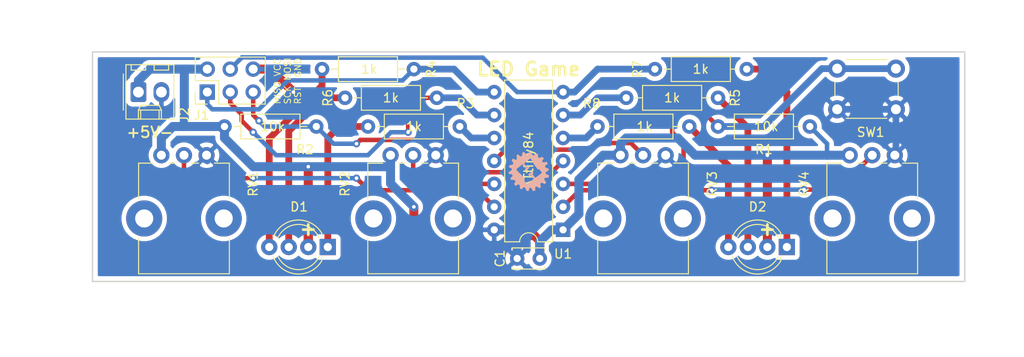
<source format=kicad_pcb>
(kicad_pcb (version 20171130) (host pcbnew 5.0.1)

  (general
    (thickness 1.6)
    (drawings 22)
    (tracks 167)
    (zones 0)
    (modules 20)
    (nets 21)
  )

  (page A4)
  (title_block
    (title "LED Game")
    (date 2018-11-15)
    (rev 1.0)
    (company Mainframe)
  )

  (layers
    (0 F.Cu signal)
    (31 B.Cu signal)
    (32 B.Adhes user)
    (33 F.Adhes user)
    (34 B.Paste user)
    (35 F.Paste user)
    (36 B.SilkS user)
    (37 F.SilkS user)
    (38 B.Mask user)
    (39 F.Mask user)
    (40 Dwgs.User user)
    (41 Cmts.User user)
    (42 Eco1.User user)
    (43 Eco2.User user)
    (44 Edge.Cuts user)
    (45 Margin user)
    (46 B.CrtYd user)
    (47 F.CrtYd user)
    (48 B.Fab user hide)
    (49 F.Fab user)
  )

  (setup
    (last_trace_width 0.25)
    (user_trace_width 0.25)
    (user_trace_width 0.5)
    (user_trace_width 0.75)
    (user_trace_width 1)
    (user_trace_width 1.25)
    (user_trace_width 1.5)
    (trace_clearance 0.2)
    (zone_clearance 0.508)
    (zone_45_only no)
    (trace_min 0.2)
    (segment_width 0.2)
    (edge_width 0.15)
    (via_size 0.8)
    (via_drill 0.4)
    (via_min_size 0.4)
    (via_min_drill 0.3)
    (uvia_size 0.3)
    (uvia_drill 0.1)
    (uvias_allowed no)
    (uvia_min_size 0.2)
    (uvia_min_drill 0.1)
    (pcb_text_width 0.3)
    (pcb_text_size 1.5 1.5)
    (mod_edge_width 0.15)
    (mod_text_size 1 1)
    (mod_text_width 0.15)
    (pad_size 1.524 1.524)
    (pad_drill 0.762)
    (pad_to_mask_clearance 0.051)
    (solder_mask_min_width 0.25)
    (aux_axis_origin 0 0)
    (grid_origin 144.78 113.03)
    (visible_elements FFFFFF7F)
    (pcbplotparams
      (layerselection 0x010fc_ffffffff)
      (usegerberextensions false)
      (usegerberattributes false)
      (usegerberadvancedattributes false)
      (creategerberjobfile false)
      (excludeedgelayer true)
      (linewidth 0.100000)
      (plotframeref false)
      (viasonmask false)
      (mode 1)
      (useauxorigin false)
      (hpglpennumber 1)
      (hpglpenspeed 20)
      (hpglpendiameter 15.000000)
      (psnegative false)
      (psa4output false)
      (plotreference true)
      (plotvalue true)
      (plotinvisibletext false)
      (padsonsilk false)
      (subtractmaskfromsilk false)
      (outputformat 1)
      (mirror false)
      (drillshape 1)
      (scaleselection 1)
      (outputdirectory ""))
  )

  (net 0 "")
  (net 1 GND)
  (net 2 VCC)
  (net 3 "Net-(D1-Pad4)")
  (net 4 "Net-(D1-Pad3)")
  (net 5 "Net-(D1-Pad1)")
  (net 6 "Net-(D2-Pad1)")
  (net 7 "Net-(D2-Pad3)")
  (net 8 "Net-(D2-Pad4)")
  (net 9 /MISO)
  (net 10 /SCK)
  (net 11 /MOSI)
  (net 12 /RST)
  (net 13 "Net-(R1-Pad2)")
  (net 14 "Net-(R3-Pad2)")
  (net 15 "Net-(R5-Pad2)")
  (net 16 "Net-(R8-Pad2)")
  (net 17 "Net-(RV1-Pad2)")
  (net 18 "Net-(RV2-Pad2)")
  (net 19 "Net-(RV3-Pad2)")
  (net 20 "Net-(RV4-Pad2)")

  (net_class Default "This is the default net class."
    (clearance 0.2)
    (trace_width 0.25)
    (via_dia 0.8)
    (via_drill 0.4)
    (uvia_dia 0.3)
    (uvia_drill 0.1)
    (add_net /MISO)
    (add_net /MOSI)
    (add_net /RST)
    (add_net /SCK)
    (add_net GND)
    (add_net "Net-(D1-Pad1)")
    (add_net "Net-(D1-Pad3)")
    (add_net "Net-(D1-Pad4)")
    (add_net "Net-(D2-Pad1)")
    (add_net "Net-(D2-Pad3)")
    (add_net "Net-(D2-Pad4)")
    (add_net "Net-(R1-Pad2)")
    (add_net "Net-(R3-Pad2)")
    (add_net "Net-(R5-Pad2)")
    (add_net "Net-(R8-Pad2)")
    (add_net "Net-(RV1-Pad2)")
    (add_net "Net-(RV2-Pad2)")
    (add_net "Net-(RV3-Pad2)")
    (add_net "Net-(RV4-Pad2)")
    (add_net VCC)
  )

  (module Potentiometer_THT:Potentiometer_Alps_RK09K_Single_Vertical (layer F.Cu) (tedit 5A3D4993) (tstamp 5BF40CA5)
    (at 104.14 99.06 270)
    (descr "Potentiometer, vertical, Alps RK09K Single, http://www.alps.com/prod/info/E/HTML/Potentiometer/RotaryPotentiometers/RK09K/RK09K_list.html")
    (tags "Potentiometer vertical Alps RK09K Single")
    (path /5BE7AEEC)
    (fp_text reference RV1 (at 3.175 -10.15 270) (layer F.SilkS)
      (effects (font (size 1 1) (thickness 0.15)))
    )
    (fp_text value 50k (at 2.667 -2.54) (layer F.Fab)
      (effects (font (size 1 1) (thickness 0.15)))
    )
    (fp_circle (center 7.5 -2.5) (end 10.5 -2.5) (layer F.Fab) (width 0.1))
    (fp_line (start 1 -7.4) (end 1 2.4) (layer F.Fab) (width 0.1))
    (fp_line (start 1 2.4) (end 13 2.4) (layer F.Fab) (width 0.1))
    (fp_line (start 13 2.4) (end 13 -7.4) (layer F.Fab) (width 0.1))
    (fp_line (start 13 -7.4) (end 1 -7.4) (layer F.Fab) (width 0.1))
    (fp_line (start 0.88 -7.521) (end 4.817 -7.521) (layer F.SilkS) (width 0.12))
    (fp_line (start 9.184 -7.521) (end 13.12 -7.521) (layer F.SilkS) (width 0.12))
    (fp_line (start 0.88 2.52) (end 4.817 2.52) (layer F.SilkS) (width 0.12))
    (fp_line (start 9.184 2.52) (end 13.12 2.52) (layer F.SilkS) (width 0.12))
    (fp_line (start 0.88 -7.521) (end 0.88 -5.871) (layer F.SilkS) (width 0.12))
    (fp_line (start 0.88 -4.129) (end 0.88 -3.37) (layer F.SilkS) (width 0.12))
    (fp_line (start 0.88 -1.629) (end 0.88 -0.87) (layer F.SilkS) (width 0.12))
    (fp_line (start 0.88 0.87) (end 0.88 2.52) (layer F.SilkS) (width 0.12))
    (fp_line (start 13.12 -7.521) (end 13.12 2.52) (layer F.SilkS) (width 0.12))
    (fp_line (start -1.15 -9.15) (end -1.15 4.15) (layer F.CrtYd) (width 0.05))
    (fp_line (start -1.15 4.15) (end 13.25 4.15) (layer F.CrtYd) (width 0.05))
    (fp_line (start 13.25 4.15) (end 13.25 -9.15) (layer F.CrtYd) (width 0.05))
    (fp_line (start 13.25 -9.15) (end -1.15 -9.15) (layer F.CrtYd) (width 0.05))
    (fp_text user %R (at 3.175 -10.16 90) (layer F.Fab)
      (effects (font (size 1 1) (thickness 0.15)))
    )
    (pad 3 thru_hole circle (at 0 -5 270) (size 1.8 1.8) (drill 1) (layers *.Cu *.Mask)
      (net 1 GND))
    (pad 2 thru_hole circle (at 0 -2.5 270) (size 1.8 1.8) (drill 1) (layers *.Cu *.Mask)
      (net 17 "Net-(RV1-Pad2)"))
    (pad 1 thru_hole circle (at 0 0 270) (size 1.8 1.8) (drill 1) (layers *.Cu *.Mask)
      (net 2 VCC))
    (pad "" np_thru_hole circle (at 7 -6.9 270) (size 4 4) (drill 2) (layers *.Cu *.Mask))
    (pad "" np_thru_hole circle (at 7 1.9 270) (size 4 4) (drill 2) (layers *.Cu *.Mask))
    (model ${KISYS3DMOD}/Potentiometer_THT.3dshapes/Potentiometer_Alps_RK09K_Single_Vertical.wrl
      (at (xyz 0 0 0))
      (scale (xyz 1 1 1))
      (rotate (xyz 0 0 0))
    )
  )

  (module Capacitor_THT:C_Disc_D3.4mm_W2.1mm_P2.50mm (layer F.Cu) (tedit 5AE50EF0) (tstamp 5BF429BD)
    (at 143.51 110.49)
    (descr "C, Disc series, Radial, pin pitch=2.50mm, , diameter*width=3.4*2.1mm^2, Capacitor, http://www.vishay.com/docs/45233/krseries.pdf")
    (tags "C Disc series Radial pin pitch 2.50mm  diameter 3.4mm width 2.1mm Capacitor")
    (path /5BE776A0)
    (fp_text reference C1 (at -1.905 0 90) (layer F.SilkS)
      (effects (font (size 1 1) (thickness 0.15)))
    )
    (fp_text value 0.1µ (at -3.556 0.127 90) (layer F.Fab)
      (effects (font (size 1 1) (thickness 0.15)))
    )
    (fp_line (start -0.45 -1.05) (end -0.45 1.05) (layer F.Fab) (width 0.1))
    (fp_line (start -0.45 1.05) (end 2.95 1.05) (layer F.Fab) (width 0.1))
    (fp_line (start 2.95 1.05) (end 2.95 -1.05) (layer F.Fab) (width 0.1))
    (fp_line (start 2.95 -1.05) (end -0.45 -1.05) (layer F.Fab) (width 0.1))
    (fp_line (start -0.57 -1.17) (end 3.07 -1.17) (layer F.SilkS) (width 0.12))
    (fp_line (start -0.57 1.17) (end 3.07 1.17) (layer F.SilkS) (width 0.12))
    (fp_line (start -0.57 -1.17) (end -0.57 -0.925) (layer F.SilkS) (width 0.12))
    (fp_line (start -0.57 0.925) (end -0.57 1.17) (layer F.SilkS) (width 0.12))
    (fp_line (start 3.07 -1.17) (end 3.07 -0.925) (layer F.SilkS) (width 0.12))
    (fp_line (start 3.07 0.925) (end 3.07 1.17) (layer F.SilkS) (width 0.12))
    (fp_line (start -1.05 -1.3) (end -1.05 1.3) (layer F.CrtYd) (width 0.05))
    (fp_line (start -1.05 1.3) (end 3.55 1.3) (layer F.CrtYd) (width 0.05))
    (fp_line (start 3.55 1.3) (end 3.55 -1.3) (layer F.CrtYd) (width 0.05))
    (fp_line (start 3.55 -1.3) (end -1.05 -1.3) (layer F.CrtYd) (width 0.05))
    (fp_text user %R (at 1.25 0) (layer F.Fab)
      (effects (font (size 0.68 0.68) (thickness 0.102)))
    )
    (pad 1 thru_hole circle (at 0 0) (size 1.6 1.6) (drill 0.8) (layers *.Cu *.Mask)
      (net 1 GND))
    (pad 2 thru_hole circle (at 2.5 0) (size 1.6 1.6) (drill 0.8) (layers *.Cu *.Mask)
      (net 2 VCC))
    (model ${KISYS3DMOD}/Capacitor_THT.3dshapes/C_Disc_D3.4mm_W2.1mm_P2.50mm.wrl
      (at (xyz 0 0 0))
      (scale (xyz 1 1 1))
      (rotate (xyz 0 0 0))
    )
  )

  (module LED_THT:LED_D5.0mm-4_RGB_Wide_Pins (layer F.Cu) (tedit 5B74F76E) (tstamp 5BF4449E)
    (at 122.555 109.22 180)
    (descr "LED, diameter 5.0mm, 2 pins, diameter 5.0mm, 3 pins, diameter 5.0mm, 4 pins, http://www.kingbright.com/attachments/file/psearch/000/00/00/L-154A4SUREQBFZGEW(Ver.9A).pdf")
    (tags "LED diameter 5.0mm 2 pins diameter 5.0mm 3 pins diameter 5.0mm 4 pins RGB RGBLED")
    (path /5BE78D16)
    (fp_text reference D1 (at 3.175 4.445 180) (layer F.SilkS)
      (effects (font (size 1 1) (thickness 0.15)))
    )
    (fp_text value LED_RAGB (at 3.175 6.35 180) (layer F.Fab)
      (effects (font (size 1 1) (thickness 0.15)))
    )
    (fp_text user %R (at 3.175 4.445 180) (layer F.Fab)
      (effects (font (size 1 1) (thickness 0.15)))
    )
    (fp_line (start 7.56 -3.25) (end -1.08 -3.25) (layer F.CrtYd) (width 0.05))
    (fp_line (start 7.56 3.25) (end 7.56 -3.25) (layer F.CrtYd) (width 0.05))
    (fp_line (start -1.08 3.25) (end 7.56 3.25) (layer F.CrtYd) (width 0.05))
    (fp_line (start -1.08 -3.25) (end -1.08 3.25) (layer F.CrtYd) (width 0.05))
    (fp_line (start 0.6785 1.08) (end 0.6785 1.545) (layer F.SilkS) (width 0.12))
    (fp_line (start 0.6785 -1.545) (end 0.6785 -1.08) (layer F.SilkS) (width 0.12))
    (fp_line (start 0.7385 -1.469694) (end 0.7385 1.469694) (layer F.Fab) (width 0.1))
    (fp_circle (center 3.2385 0) (end 5.7385 0) (layer F.Fab) (width 0.1))
    (fp_arc (start 3.2385 0) (end 0.983816 1.08) (angle -128.8) (layer F.SilkS) (width 0.12))
    (fp_arc (start 3.2385 0) (end 0.983816 -1.08) (angle 128.8) (layer F.SilkS) (width 0.12))
    (fp_arc (start 3.2385 0) (end 0.6785 1.54483) (angle -127.7) (layer F.SilkS) (width 0.12))
    (fp_arc (start 3.2385 0) (end 0.6785 -1.54483) (angle 127.7) (layer F.SilkS) (width 0.12))
    (fp_arc (start 3.2385 0) (end 0.7385 -1.469694) (angle 299.1) (layer F.Fab) (width 0.1))
    (pad 4 thru_hole circle (at 6.477 0 180) (size 1.8 1.8) (drill 0.9) (layers *.Cu *.Mask)
      (net 3 "Net-(D1-Pad4)"))
    (pad 3 thru_hole circle (at 4.318 0 180) (size 1.8 1.8) (drill 0.9) (layers *.Cu *.Mask)
      (net 4 "Net-(D1-Pad3)"))
    (pad 2 thru_hole circle (at 2.159 0 180) (size 1.8 1.8) (drill 0.9) (layers *.Cu *.Mask)
      (net 2 VCC))
    (pad 1 thru_hole rect (at 0 0 180) (size 1.8 1.8) (drill 0.9) (layers *.Cu *.Mask)
      (net 5 "Net-(D1-Pad1)"))
    (model ${KISYS3DMOD}/LED_THT.3dshapes/LED_D5.0mm-4_RGB_Wide_Pins.wrl
      (at (xyz 0 0 0))
      (scale (xyz 1 1 1))
      (rotate (xyz 0 0 0))
    )
  )

  (module LED_THT:LED_D5.0mm-4_RGB_Wide_Pins (layer F.Cu) (tedit 5B74F76E) (tstamp 5BF40B72)
    (at 173.355 109.22 180)
    (descr "LED, diameter 5.0mm, 2 pins, diameter 5.0mm, 3 pins, diameter 5.0mm, 4 pins, http://www.kingbright.com/attachments/file/psearch/000/00/00/L-154A4SUREQBFZGEW(Ver.9A).pdf")
    (tags "LED diameter 5.0mm 2 pins diameter 5.0mm 3 pins diameter 5.0mm 4 pins RGB RGBLED")
    (path /5BE78D91)
    (fp_text reference D2 (at 3.2385 4.445) (layer F.SilkS)
      (effects (font (size 1 1) (thickness 0.15)))
    )
    (fp_text value LED_RAGB (at 3.2385 6.223) (layer F.Fab)
      (effects (font (size 1 1) (thickness 0.15)))
    )
    (fp_arc (start 3.2385 0) (end 0.7385 -1.469694) (angle 299.1) (layer F.Fab) (width 0.1))
    (fp_arc (start 3.2385 0) (end 0.6785 -1.54483) (angle 127.7) (layer F.SilkS) (width 0.12))
    (fp_arc (start 3.2385 0) (end 0.6785 1.54483) (angle -127.7) (layer F.SilkS) (width 0.12))
    (fp_arc (start 3.2385 0) (end 0.983816 -1.08) (angle 128.8) (layer F.SilkS) (width 0.12))
    (fp_arc (start 3.2385 0) (end 0.983816 1.08) (angle -128.8) (layer F.SilkS) (width 0.12))
    (fp_circle (center 3.2385 0) (end 5.7385 0) (layer F.Fab) (width 0.1))
    (fp_line (start 0.7385 -1.469694) (end 0.7385 1.469694) (layer F.Fab) (width 0.1))
    (fp_line (start 0.6785 -1.545) (end 0.6785 -1.08) (layer F.SilkS) (width 0.12))
    (fp_line (start 0.6785 1.08) (end 0.6785 1.545) (layer F.SilkS) (width 0.12))
    (fp_line (start -1.08 -3.25) (end -1.08 3.25) (layer F.CrtYd) (width 0.05))
    (fp_line (start -1.08 3.25) (end 7.56 3.25) (layer F.CrtYd) (width 0.05))
    (fp_line (start 7.56 3.25) (end 7.56 -3.25) (layer F.CrtYd) (width 0.05))
    (fp_line (start 7.56 -3.25) (end -1.08 -3.25) (layer F.CrtYd) (width 0.05))
    (fp_text user %R (at 3.2385 4.445 180) (layer F.Fab)
      (effects (font (size 1 1) (thickness 0.15)))
    )
    (pad 1 thru_hole rect (at 0 0 180) (size 1.8 1.8) (drill 0.9) (layers *.Cu *.Mask)
      (net 6 "Net-(D2-Pad1)"))
    (pad 2 thru_hole circle (at 2.159 0 180) (size 1.8 1.8) (drill 0.9) (layers *.Cu *.Mask)
      (net 2 VCC))
    (pad 3 thru_hole circle (at 4.318 0 180) (size 1.8 1.8) (drill 0.9) (layers *.Cu *.Mask)
      (net 7 "Net-(D2-Pad3)"))
    (pad 4 thru_hole circle (at 6.477 0 180) (size 1.8 1.8) (drill 0.9) (layers *.Cu *.Mask)
      (net 8 "Net-(D2-Pad4)"))
    (model ${KISYS3DMOD}/LED_THT.3dshapes/LED_D5.0mm-4_RGB_Wide_Pins.wrl
      (at (xyz 0 0 0))
      (scale (xyz 1 1 1))
      (rotate (xyz 0 0 0))
    )
  )

  (module Connector_PinHeader_2.54mm:PinHeader_2x03_P2.54mm_Vertical (layer F.Cu) (tedit 59FED5CC) (tstamp 5BF42F0C)
    (at 109.22 92.075 90)
    (descr "Through hole straight pin header, 2x03, 2.54mm pitch, double rows")
    (tags "Through hole pin header THT 2x03 2.54mm double row")
    (path /5BE9A8EE)
    (fp_text reference J1 (at -2.54 -0.635 180) (layer F.SilkS)
      (effects (font (size 1 1) (thickness 0.15)))
    )
    (fp_text value PROG (at -4.318 -1.397 180) (layer F.Fab)
      (effects (font (size 1 1) (thickness 0.15)))
    )
    (fp_line (start 0 -1.27) (end 3.81 -1.27) (layer F.Fab) (width 0.1))
    (fp_line (start 3.81 -1.27) (end 3.81 6.35) (layer F.Fab) (width 0.1))
    (fp_line (start 3.81 6.35) (end -1.27 6.35) (layer F.Fab) (width 0.1))
    (fp_line (start -1.27 6.35) (end -1.27 0) (layer F.Fab) (width 0.1))
    (fp_line (start -1.27 0) (end 0 -1.27) (layer F.Fab) (width 0.1))
    (fp_line (start -1.33 6.41) (end 3.87 6.41) (layer F.SilkS) (width 0.12))
    (fp_line (start -1.33 1.27) (end -1.33 6.41) (layer F.SilkS) (width 0.12))
    (fp_line (start 3.87 -1.33) (end 3.87 6.41) (layer F.SilkS) (width 0.12))
    (fp_line (start -1.33 1.27) (end 1.27 1.27) (layer F.SilkS) (width 0.12))
    (fp_line (start 1.27 1.27) (end 1.27 -1.33) (layer F.SilkS) (width 0.12))
    (fp_line (start 1.27 -1.33) (end 3.87 -1.33) (layer F.SilkS) (width 0.12))
    (fp_line (start -1.33 0) (end -1.33 -1.33) (layer F.SilkS) (width 0.12))
    (fp_line (start -1.33 -1.33) (end 0 -1.33) (layer F.SilkS) (width 0.12))
    (fp_line (start -1.8 -1.8) (end -1.8 6.85) (layer F.CrtYd) (width 0.05))
    (fp_line (start -1.8 6.85) (end 4.35 6.85) (layer F.CrtYd) (width 0.05))
    (fp_line (start 4.35 6.85) (end 4.35 -1.8) (layer F.CrtYd) (width 0.05))
    (fp_line (start 4.35 -1.8) (end -1.8 -1.8) (layer F.CrtYd) (width 0.05))
    (fp_text user %R (at 1.27 2.54 180) (layer F.Fab)
      (effects (font (size 1 1) (thickness 0.15)))
    )
    (pad 1 thru_hole rect (at 0 0 90) (size 1.7 1.7) (drill 1) (layers *.Cu *.Mask)
      (net 9 /MISO))
    (pad 2 thru_hole oval (at 2.54 0 90) (size 1.7 1.7) (drill 1) (layers *.Cu *.Mask)
      (net 2 VCC))
    (pad 3 thru_hole oval (at 0 2.54 90) (size 1.7 1.7) (drill 1) (layers *.Cu *.Mask)
      (net 10 /SCK))
    (pad 4 thru_hole oval (at 2.54 2.54 90) (size 1.7 1.7) (drill 1) (layers *.Cu *.Mask)
      (net 11 /MOSI))
    (pad 5 thru_hole oval (at 0 5.08 90) (size 1.7 1.7) (drill 1) (layers *.Cu *.Mask)
      (net 12 /RST))
    (pad 6 thru_hole oval (at 2.54 5.08 90) (size 1.7 1.7) (drill 1) (layers *.Cu *.Mask)
      (net 1 GND))
    (model ${KISYS3DMOD}/Connector_PinHeader_2.54mm.3dshapes/PinHeader_2x03_P2.54mm_Vertical.wrl
      (at (xyz 0 0 0))
      (scale (xyz 1 1 1))
      (rotate (xyz 0 0 0))
    )
  )

  (module Resistor_THT:R_Axial_DIN0207_L6.3mm_D2.5mm_P10.16mm_Horizontal (layer F.Cu) (tedit 5BE85696) (tstamp 5BF40BE8)
    (at 175.895 95.885 180)
    (descr "Resistor, Axial_DIN0207 series, Axial, Horizontal, pin pitch=10.16mm, 0.25W = 1/4W, length*diameter=6.3*2.5mm^2, http://cdn-reichelt.de/documents/datenblatt/B400/1_4W%23YAG.pdf")
    (tags "Resistor Axial_DIN0207 series Axial Horizontal pin pitch 10.16mm 0.25W = 1/4W length 6.3mm diameter 2.5mm")
    (path /5BE94D58)
    (fp_text reference R1 (at 5.08 -2.54 180) (layer F.SilkS)
      (effects (font (size 1 1) (thickness 0.15)))
    )
    (fp_text value 10k (at 4.826 0 180) (layer F.SilkS)
      (effects (font (size 1 1) (thickness 0.15)))
    )
    (fp_line (start 1.93 -1.25) (end 1.93 1.25) (layer F.Fab) (width 0.1))
    (fp_line (start 1.93 1.25) (end 8.23 1.25) (layer F.Fab) (width 0.1))
    (fp_line (start 8.23 1.25) (end 8.23 -1.25) (layer F.Fab) (width 0.1))
    (fp_line (start 8.23 -1.25) (end 1.93 -1.25) (layer F.Fab) (width 0.1))
    (fp_line (start 0 0) (end 1.93 0) (layer F.Fab) (width 0.1))
    (fp_line (start 10.16 0) (end 8.23 0) (layer F.Fab) (width 0.1))
    (fp_line (start 1.81 -1.37) (end 1.81 1.37) (layer F.SilkS) (width 0.12))
    (fp_line (start 1.81 1.37) (end 8.35 1.37) (layer F.SilkS) (width 0.12))
    (fp_line (start 8.35 1.37) (end 8.35 -1.37) (layer F.SilkS) (width 0.12))
    (fp_line (start 8.35 -1.37) (end 1.81 -1.37) (layer F.SilkS) (width 0.12))
    (fp_line (start 1.04 0) (end 1.81 0) (layer F.SilkS) (width 0.12))
    (fp_line (start 9.12 0) (end 8.35 0) (layer F.SilkS) (width 0.12))
    (fp_line (start -1.05 -1.5) (end -1.05 1.5) (layer F.CrtYd) (width 0.05))
    (fp_line (start -1.05 1.5) (end 11.21 1.5) (layer F.CrtYd) (width 0.05))
    (fp_line (start 11.21 1.5) (end 11.21 -1.5) (layer F.CrtYd) (width 0.05))
    (fp_line (start 11.21 -1.5) (end -1.05 -1.5) (layer F.CrtYd) (width 0.05))
    (fp_text user %R (at 5.08 -2.54 180) (layer F.Fab)
      (effects (font (size 1 1) (thickness 0.15)))
    )
    (pad 1 thru_hole circle (at 0 0 180) (size 1.6 1.6) (drill 0.8) (layers *.Cu *.Mask)
      (net 2 VCC))
    (pad 2 thru_hole oval (at 10.16 0 180) (size 1.6 1.6) (drill 0.8) (layers *.Cu *.Mask)
      (net 13 "Net-(R1-Pad2)"))
    (model ${KISYS3DMOD}/Resistor_THT.3dshapes/R_Axial_DIN0207_L6.3mm_D2.5mm_P10.16mm_Horizontal.wrl
      (at (xyz 0 0 0))
      (scale (xyz 1 1 1))
      (rotate (xyz 0 0 0))
    )
  )

  (module Resistor_THT:R_Axial_DIN0207_L6.3mm_D2.5mm_P10.16mm_Horizontal (layer F.Cu) (tedit 5BE8567C) (tstamp 5BF44417)
    (at 111.125 95.885)
    (descr "Resistor, Axial_DIN0207 series, Axial, Horizontal, pin pitch=10.16mm, 0.25W = 1/4W, length*diameter=6.3*2.5mm^2, http://cdn-reichelt.de/documents/datenblatt/B400/1_4W%23YAG.pdf")
    (tags "Resistor Axial_DIN0207 series Axial Horizontal pin pitch 10.16mm 0.25W = 1/4W length 6.3mm diameter 2.5mm")
    (path /5BE7AAE9)
    (fp_text reference R2 (at 8.89 2.54) (layer F.SilkS)
      (effects (font (size 1 1) (thickness 0.15)))
    )
    (fp_text value 10k (at 5.334 0) (layer F.SilkS)
      (effects (font (size 1 1) (thickness 0.15)))
    )
    (fp_text user %R (at 8.89 2.54) (layer F.Fab)
      (effects (font (size 1 1) (thickness 0.15)))
    )
    (fp_line (start 11.21 -1.5) (end -1.05 -1.5) (layer F.CrtYd) (width 0.05))
    (fp_line (start 11.21 1.5) (end 11.21 -1.5) (layer F.CrtYd) (width 0.05))
    (fp_line (start -1.05 1.5) (end 11.21 1.5) (layer F.CrtYd) (width 0.05))
    (fp_line (start -1.05 -1.5) (end -1.05 1.5) (layer F.CrtYd) (width 0.05))
    (fp_line (start 9.12 0) (end 8.35 0) (layer F.SilkS) (width 0.12))
    (fp_line (start 1.04 0) (end 1.81 0) (layer F.SilkS) (width 0.12))
    (fp_line (start 8.35 -1.37) (end 1.81 -1.37) (layer F.SilkS) (width 0.12))
    (fp_line (start 8.35 1.37) (end 8.35 -1.37) (layer F.SilkS) (width 0.12))
    (fp_line (start 1.81 1.37) (end 8.35 1.37) (layer F.SilkS) (width 0.12))
    (fp_line (start 1.81 -1.37) (end 1.81 1.37) (layer F.SilkS) (width 0.12))
    (fp_line (start 10.16 0) (end 8.23 0) (layer F.Fab) (width 0.1))
    (fp_line (start 0 0) (end 1.93 0) (layer F.Fab) (width 0.1))
    (fp_line (start 8.23 -1.25) (end 1.93 -1.25) (layer F.Fab) (width 0.1))
    (fp_line (start 8.23 1.25) (end 8.23 -1.25) (layer F.Fab) (width 0.1))
    (fp_line (start 1.93 1.25) (end 8.23 1.25) (layer F.Fab) (width 0.1))
    (fp_line (start 1.93 -1.25) (end 1.93 1.25) (layer F.Fab) (width 0.1))
    (pad 2 thru_hole oval (at 10.16 0) (size 1.6 1.6) (drill 0.8) (layers *.Cu *.Mask)
      (net 12 /RST))
    (pad 1 thru_hole circle (at 0 0) (size 1.6 1.6) (drill 0.8) (layers *.Cu *.Mask)
      (net 2 VCC))
    (model ${KISYS3DMOD}/Resistor_THT.3dshapes/R_Axial_DIN0207_L6.3mm_D2.5mm_P10.16mm_Horizontal.wrl
      (at (xyz 0 0 0))
      (scale (xyz 1 1 1))
      (rotate (xyz 0 0 0))
    )
  )

  (module Resistor_THT:R_Axial_DIN0207_L6.3mm_D2.5mm_P10.16mm_Horizontal (layer F.Cu) (tedit 5BE85671) (tstamp 5BF425B6)
    (at 127 95.885)
    (descr "Resistor, Axial_DIN0207 series, Axial, Horizontal, pin pitch=10.16mm, 0.25W = 1/4W, length*diameter=6.3*2.5mm^2, http://cdn-reichelt.de/documents/datenblatt/B400/1_4W%23YAG.pdf")
    (tags "Resistor Axial_DIN0207 series Axial Horizontal pin pitch 10.16mm 0.25W = 1/4W length 6.3mm diameter 2.5mm")
    (path /5BE77AC9)
    (fp_text reference R3 (at 10.795 -2.54 180) (layer F.SilkS)
      (effects (font (size 1 1) (thickness 0.15)))
    )
    (fp_text value 1k (at 5.08 0) (layer F.SilkS)
      (effects (font (size 1 1) (thickness 0.15)))
    )
    (fp_text user %R (at 10.795 -2.54) (layer F.Fab)
      (effects (font (size 1 1) (thickness 0.15)))
    )
    (fp_line (start 11.21 -1.5) (end -1.05 -1.5) (layer F.CrtYd) (width 0.05))
    (fp_line (start 11.21 1.5) (end 11.21 -1.5) (layer F.CrtYd) (width 0.05))
    (fp_line (start -1.05 1.5) (end 11.21 1.5) (layer F.CrtYd) (width 0.05))
    (fp_line (start -1.05 -1.5) (end -1.05 1.5) (layer F.CrtYd) (width 0.05))
    (fp_line (start 9.12 0) (end 8.35 0) (layer F.SilkS) (width 0.12))
    (fp_line (start 1.04 0) (end 1.81 0) (layer F.SilkS) (width 0.12))
    (fp_line (start 8.35 -1.37) (end 1.81 -1.37) (layer F.SilkS) (width 0.12))
    (fp_line (start 8.35 1.37) (end 8.35 -1.37) (layer F.SilkS) (width 0.12))
    (fp_line (start 1.81 1.37) (end 8.35 1.37) (layer F.SilkS) (width 0.12))
    (fp_line (start 1.81 -1.37) (end 1.81 1.37) (layer F.SilkS) (width 0.12))
    (fp_line (start 10.16 0) (end 8.23 0) (layer F.Fab) (width 0.1))
    (fp_line (start 0 0) (end 1.93 0) (layer F.Fab) (width 0.1))
    (fp_line (start 8.23 -1.25) (end 1.93 -1.25) (layer F.Fab) (width 0.1))
    (fp_line (start 8.23 1.25) (end 8.23 -1.25) (layer F.Fab) (width 0.1))
    (fp_line (start 1.93 1.25) (end 8.23 1.25) (layer F.Fab) (width 0.1))
    (fp_line (start 1.93 -1.25) (end 1.93 1.25) (layer F.Fab) (width 0.1))
    (pad 2 thru_hole oval (at 10.16 0) (size 1.6 1.6) (drill 0.8) (layers *.Cu *.Mask)
      (net 14 "Net-(R3-Pad2)"))
    (pad 1 thru_hole circle (at 0 0) (size 1.6 1.6) (drill 0.8) (layers *.Cu *.Mask)
      (net 5 "Net-(D1-Pad1)"))
    (model ${KISYS3DMOD}/Resistor_THT.3dshapes/R_Axial_DIN0207_L6.3mm_D2.5mm_P10.16mm_Horizontal.wrl
      (at (xyz 0 0 0))
      (scale (xyz 1 1 1))
      (rotate (xyz 0 0 0))
    )
  )

  (module Resistor_THT:R_Axial_DIN0207_L6.3mm_D2.5mm_P10.16mm_Horizontal (layer F.Cu) (tedit 5BE85663) (tstamp 5BF42AFF)
    (at 121.92 89.535)
    (descr "Resistor, Axial_DIN0207 series, Axial, Horizontal, pin pitch=10.16mm, 0.25W = 1/4W, length*diameter=6.3*2.5mm^2, http://cdn-reichelt.de/documents/datenblatt/B400/1_4W%23YAG.pdf")
    (tags "Resistor Axial_DIN0207 series Axial Horizontal pin pitch 10.16mm 0.25W = 1/4W length 6.3mm diameter 2.5mm")
    (path /5BE77B6B)
    (fp_text reference R4 (at 12.065 0 90) (layer F.SilkS)
      (effects (font (size 1 1) (thickness 0.15)))
    )
    (fp_text value 1k (at 5.207 0) (layer F.SilkS)
      (effects (font (size 1 1) (thickness 0.15)))
    )
    (fp_text user %R (at 12.065 0 90) (layer F.Fab)
      (effects (font (size 1 1) (thickness 0.15)))
    )
    (fp_line (start 11.21 -1.5) (end -1.05 -1.5) (layer F.CrtYd) (width 0.05))
    (fp_line (start 11.21 1.5) (end 11.21 -1.5) (layer F.CrtYd) (width 0.05))
    (fp_line (start -1.05 1.5) (end 11.21 1.5) (layer F.CrtYd) (width 0.05))
    (fp_line (start -1.05 -1.5) (end -1.05 1.5) (layer F.CrtYd) (width 0.05))
    (fp_line (start 9.12 0) (end 8.35 0) (layer F.SilkS) (width 0.12))
    (fp_line (start 1.04 0) (end 1.81 0) (layer F.SilkS) (width 0.12))
    (fp_line (start 8.35 -1.37) (end 1.81 -1.37) (layer F.SilkS) (width 0.12))
    (fp_line (start 8.35 1.37) (end 8.35 -1.37) (layer F.SilkS) (width 0.12))
    (fp_line (start 1.81 1.37) (end 8.35 1.37) (layer F.SilkS) (width 0.12))
    (fp_line (start 1.81 -1.37) (end 1.81 1.37) (layer F.SilkS) (width 0.12))
    (fp_line (start 10.16 0) (end 8.23 0) (layer F.Fab) (width 0.1))
    (fp_line (start 0 0) (end 1.93 0) (layer F.Fab) (width 0.1))
    (fp_line (start 8.23 -1.25) (end 1.93 -1.25) (layer F.Fab) (width 0.1))
    (fp_line (start 8.23 1.25) (end 8.23 -1.25) (layer F.Fab) (width 0.1))
    (fp_line (start 1.93 1.25) (end 8.23 1.25) (layer F.Fab) (width 0.1))
    (fp_line (start 1.93 -1.25) (end 1.93 1.25) (layer F.Fab) (width 0.1))
    (pad 2 thru_hole oval (at 10.16 0) (size 1.6 1.6) (drill 0.8) (layers *.Cu *.Mask)
      (net 9 /MISO))
    (pad 1 thru_hole circle (at 0 0) (size 1.6 1.6) (drill 0.8) (layers *.Cu *.Mask)
      (net 3 "Net-(D1-Pad4)"))
    (model ${KISYS3DMOD}/Resistor_THT.3dshapes/R_Axial_DIN0207_L6.3mm_D2.5mm_P10.16mm_Horizontal.wrl
      (at (xyz 0 0 0))
      (scale (xyz 1 1 1))
      (rotate (xyz 0 0 0))
    )
  )

  (module Resistor_THT:R_Axial_DIN0207_L6.3mm_D2.5mm_P10.16mm_Horizontal (layer F.Cu) (tedit 5BE8568D) (tstamp 5BF423B5)
    (at 165.735 92.71 180)
    (descr "Resistor, Axial_DIN0207 series, Axial, Horizontal, pin pitch=10.16mm, 0.25W = 1/4W, length*diameter=6.3*2.5mm^2, http://cdn-reichelt.de/documents/datenblatt/B400/1_4W%23YAG.pdf")
    (tags "Resistor Axial_DIN0207 series Axial Horizontal pin pitch 10.16mm 0.25W = 1/4W length 6.3mm diameter 2.5mm")
    (path /5BE77BFF)
    (fp_text reference R5 (at -1.905 0 270) (layer F.SilkS)
      (effects (font (size 1 1) (thickness 0.15)))
    )
    (fp_text value 1k (at 5.08 0 180) (layer F.SilkS)
      (effects (font (size 1 1) (thickness 0.15)))
    )
    (fp_text user %R (at -1.905 0 270) (layer F.Fab)
      (effects (font (size 1 1) (thickness 0.15)))
    )
    (fp_line (start 11.21 -1.5) (end -1.05 -1.5) (layer F.CrtYd) (width 0.05))
    (fp_line (start 11.21 1.5) (end 11.21 -1.5) (layer F.CrtYd) (width 0.05))
    (fp_line (start -1.05 1.5) (end 11.21 1.5) (layer F.CrtYd) (width 0.05))
    (fp_line (start -1.05 -1.5) (end -1.05 1.5) (layer F.CrtYd) (width 0.05))
    (fp_line (start 9.12 0) (end 8.35 0) (layer F.SilkS) (width 0.12))
    (fp_line (start 1.04 0) (end 1.81 0) (layer F.SilkS) (width 0.12))
    (fp_line (start 8.35 -1.37) (end 1.81 -1.37) (layer F.SilkS) (width 0.12))
    (fp_line (start 8.35 1.37) (end 8.35 -1.37) (layer F.SilkS) (width 0.12))
    (fp_line (start 1.81 1.37) (end 8.35 1.37) (layer F.SilkS) (width 0.12))
    (fp_line (start 1.81 -1.37) (end 1.81 1.37) (layer F.SilkS) (width 0.12))
    (fp_line (start 10.16 0) (end 8.23 0) (layer F.Fab) (width 0.1))
    (fp_line (start 0 0) (end 1.93 0) (layer F.Fab) (width 0.1))
    (fp_line (start 8.23 -1.25) (end 1.93 -1.25) (layer F.Fab) (width 0.1))
    (fp_line (start 8.23 1.25) (end 8.23 -1.25) (layer F.Fab) (width 0.1))
    (fp_line (start 1.93 1.25) (end 8.23 1.25) (layer F.Fab) (width 0.1))
    (fp_line (start 1.93 -1.25) (end 1.93 1.25) (layer F.Fab) (width 0.1))
    (pad 2 thru_hole oval (at 10.16 0 180) (size 1.6 1.6) (drill 0.8) (layers *.Cu *.Mask)
      (net 15 "Net-(R5-Pad2)"))
    (pad 1 thru_hole circle (at 0 0 180) (size 1.6 1.6) (drill 0.8) (layers *.Cu *.Mask)
      (net 7 "Net-(D2-Pad3)"))
    (model ${KISYS3DMOD}/Resistor_THT.3dshapes/R_Axial_DIN0207_L6.3mm_D2.5mm_P10.16mm_Horizontal.wrl
      (at (xyz 0 0 0))
      (scale (xyz 1 1 1))
      (rotate (xyz 0 0 0))
    )
  )

  (module Resistor_THT:R_Axial_DIN0207_L6.3mm_D2.5mm_P10.16mm_Horizontal (layer F.Cu) (tedit 5BE8566A) (tstamp 5BF422D7)
    (at 124.46 92.71)
    (descr "Resistor, Axial_DIN0207 series, Axial, Horizontal, pin pitch=10.16mm, 0.25W = 1/4W, length*diameter=6.3*2.5mm^2, http://cdn-reichelt.de/documents/datenblatt/B400/1_4W%23YAG.pdf")
    (tags "Resistor Axial_DIN0207 series Axial Horizontal pin pitch 10.16mm 0.25W = 1/4W length 6.3mm diameter 2.5mm")
    (path /5BE77B2A)
    (fp_text reference R6 (at -1.905 0 90) (layer F.SilkS)
      (effects (font (size 1 1) (thickness 0.15)))
    )
    (fp_text value 1k (at 5.08 0) (layer F.SilkS)
      (effects (font (size 1 1) (thickness 0.15)))
    )
    (fp_line (start 1.93 -1.25) (end 1.93 1.25) (layer F.Fab) (width 0.1))
    (fp_line (start 1.93 1.25) (end 8.23 1.25) (layer F.Fab) (width 0.1))
    (fp_line (start 8.23 1.25) (end 8.23 -1.25) (layer F.Fab) (width 0.1))
    (fp_line (start 8.23 -1.25) (end 1.93 -1.25) (layer F.Fab) (width 0.1))
    (fp_line (start 0 0) (end 1.93 0) (layer F.Fab) (width 0.1))
    (fp_line (start 10.16 0) (end 8.23 0) (layer F.Fab) (width 0.1))
    (fp_line (start 1.81 -1.37) (end 1.81 1.37) (layer F.SilkS) (width 0.12))
    (fp_line (start 1.81 1.37) (end 8.35 1.37) (layer F.SilkS) (width 0.12))
    (fp_line (start 8.35 1.37) (end 8.35 -1.37) (layer F.SilkS) (width 0.12))
    (fp_line (start 8.35 -1.37) (end 1.81 -1.37) (layer F.SilkS) (width 0.12))
    (fp_line (start 1.04 0) (end 1.81 0) (layer F.SilkS) (width 0.12))
    (fp_line (start 9.12 0) (end 8.35 0) (layer F.SilkS) (width 0.12))
    (fp_line (start -1.05 -1.5) (end -1.05 1.5) (layer F.CrtYd) (width 0.05))
    (fp_line (start -1.05 1.5) (end 11.21 1.5) (layer F.CrtYd) (width 0.05))
    (fp_line (start 11.21 1.5) (end 11.21 -1.5) (layer F.CrtYd) (width 0.05))
    (fp_line (start 11.21 -1.5) (end -1.05 -1.5) (layer F.CrtYd) (width 0.05))
    (fp_text user %R (at -1.905 0 90) (layer F.Fab)
      (effects (font (size 1 1) (thickness 0.15)))
    )
    (pad 1 thru_hole circle (at 0 0) (size 1.6 1.6) (drill 0.8) (layers *.Cu *.Mask)
      (net 4 "Net-(D1-Pad3)"))
    (pad 2 thru_hole oval (at 10.16 0) (size 1.6 1.6) (drill 0.8) (layers *.Cu *.Mask)
      (net 10 /SCK))
    (model ${KISYS3DMOD}/Resistor_THT.3dshapes/R_Axial_DIN0207_L6.3mm_D2.5mm_P10.16mm_Horizontal.wrl
      (at (xyz 0 0 0))
      (scale (xyz 1 1 1))
      (rotate (xyz 0 0 0))
    )
  )

  (module Resistor_THT:R_Axial_DIN0207_L6.3mm_D2.5mm_P10.16mm_Horizontal (layer F.Cu) (tedit 5BE85691) (tstamp 5BF43F44)
    (at 168.91 89.535 180)
    (descr "Resistor, Axial_DIN0207 series, Axial, Horizontal, pin pitch=10.16mm, 0.25W = 1/4W, length*diameter=6.3*2.5mm^2, http://cdn-reichelt.de/documents/datenblatt/B400/1_4W%23YAG.pdf")
    (tags "Resistor Axial_DIN0207 series Axial Horizontal pin pitch 10.16mm 0.25W = 1/4W length 6.3mm diameter 2.5mm")
    (path /5BE77BB4)
    (fp_text reference R7 (at 12.065 0 270) (layer F.SilkS)
      (effects (font (size 1 1) (thickness 0.15)))
    )
    (fp_text value 1k (at 5.08 0 180) (layer F.SilkS)
      (effects (font (size 1 1) (thickness 0.15)))
    )
    (fp_line (start 1.93 -1.25) (end 1.93 1.25) (layer F.Fab) (width 0.1))
    (fp_line (start 1.93 1.25) (end 8.23 1.25) (layer F.Fab) (width 0.1))
    (fp_line (start 8.23 1.25) (end 8.23 -1.25) (layer F.Fab) (width 0.1))
    (fp_line (start 8.23 -1.25) (end 1.93 -1.25) (layer F.Fab) (width 0.1))
    (fp_line (start 0 0) (end 1.93 0) (layer F.Fab) (width 0.1))
    (fp_line (start 10.16 0) (end 8.23 0) (layer F.Fab) (width 0.1))
    (fp_line (start 1.81 -1.37) (end 1.81 1.37) (layer F.SilkS) (width 0.12))
    (fp_line (start 1.81 1.37) (end 8.35 1.37) (layer F.SilkS) (width 0.12))
    (fp_line (start 8.35 1.37) (end 8.35 -1.37) (layer F.SilkS) (width 0.12))
    (fp_line (start 8.35 -1.37) (end 1.81 -1.37) (layer F.SilkS) (width 0.12))
    (fp_line (start 1.04 0) (end 1.81 0) (layer F.SilkS) (width 0.12))
    (fp_line (start 9.12 0) (end 8.35 0) (layer F.SilkS) (width 0.12))
    (fp_line (start -1.05 -1.5) (end -1.05 1.5) (layer F.CrtYd) (width 0.05))
    (fp_line (start -1.05 1.5) (end 11.21 1.5) (layer F.CrtYd) (width 0.05))
    (fp_line (start 11.21 1.5) (end 11.21 -1.5) (layer F.CrtYd) (width 0.05))
    (fp_line (start 11.21 -1.5) (end -1.05 -1.5) (layer F.CrtYd) (width 0.05))
    (fp_text user %R (at 12.065 0 270) (layer F.Fab)
      (effects (font (size 1 1) (thickness 0.15)))
    )
    (pad 1 thru_hole circle (at 0 0 180) (size 1.6 1.6) (drill 0.8) (layers *.Cu *.Mask)
      (net 6 "Net-(D2-Pad1)"))
    (pad 2 thru_hole oval (at 10.16 0 180) (size 1.6 1.6) (drill 0.8) (layers *.Cu *.Mask)
      (net 11 /MOSI))
    (model ${KISYS3DMOD}/Resistor_THT.3dshapes/R_Axial_DIN0207_L6.3mm_D2.5mm_P10.16mm_Horizontal.wrl
      (at (xyz 0 0 0))
      (scale (xyz 1 1 1))
      (rotate (xyz 0 0 0))
    )
  )

  (module Resistor_THT:R_Axial_DIN0207_L6.3mm_D2.5mm_P10.16mm_Horizontal (layer F.Cu) (tedit 5BE85689) (tstamp 5BF40C89)
    (at 162.56 95.885 180)
    (descr "Resistor, Axial_DIN0207 series, Axial, Horizontal, pin pitch=10.16mm, 0.25W = 1/4W, length*diameter=6.3*2.5mm^2, http://cdn-reichelt.de/documents/datenblatt/B400/1_4W%23YAG.pdf")
    (tags "Resistor Axial_DIN0207 series Axial Horizontal pin pitch 10.16mm 0.25W = 1/4W length 6.3mm diameter 2.5mm")
    (path /5BE77C60)
    (fp_text reference R8 (at 10.795 2.54 180) (layer F.SilkS)
      (effects (font (size 1 1) (thickness 0.15)))
    )
    (fp_text value 1k (at 4.953 0 180) (layer F.SilkS)
      (effects (font (size 1 1) (thickness 0.15)))
    )
    (fp_line (start 1.93 -1.25) (end 1.93 1.25) (layer F.Fab) (width 0.1))
    (fp_line (start 1.93 1.25) (end 8.23 1.25) (layer F.Fab) (width 0.1))
    (fp_line (start 8.23 1.25) (end 8.23 -1.25) (layer F.Fab) (width 0.1))
    (fp_line (start 8.23 -1.25) (end 1.93 -1.25) (layer F.Fab) (width 0.1))
    (fp_line (start 0 0) (end 1.93 0) (layer F.Fab) (width 0.1))
    (fp_line (start 10.16 0) (end 8.23 0) (layer F.Fab) (width 0.1))
    (fp_line (start 1.81 -1.37) (end 1.81 1.37) (layer F.SilkS) (width 0.12))
    (fp_line (start 1.81 1.37) (end 8.35 1.37) (layer F.SilkS) (width 0.12))
    (fp_line (start 8.35 1.37) (end 8.35 -1.37) (layer F.SilkS) (width 0.12))
    (fp_line (start 8.35 -1.37) (end 1.81 -1.37) (layer F.SilkS) (width 0.12))
    (fp_line (start 1.04 0) (end 1.81 0) (layer F.SilkS) (width 0.12))
    (fp_line (start 9.12 0) (end 8.35 0) (layer F.SilkS) (width 0.12))
    (fp_line (start -1.05 -1.5) (end -1.05 1.5) (layer F.CrtYd) (width 0.05))
    (fp_line (start -1.05 1.5) (end 11.21 1.5) (layer F.CrtYd) (width 0.05))
    (fp_line (start 11.21 1.5) (end 11.21 -1.5) (layer F.CrtYd) (width 0.05))
    (fp_line (start 11.21 -1.5) (end -1.05 -1.5) (layer F.CrtYd) (width 0.05))
    (fp_text user %R (at 10.795 2.54 180) (layer F.Fab)
      (effects (font (size 1 1) (thickness 0.15)))
    )
    (pad 1 thru_hole circle (at 0 0 180) (size 1.6 1.6) (drill 0.8) (layers *.Cu *.Mask)
      (net 8 "Net-(D2-Pad4)"))
    (pad 2 thru_hole oval (at 10.16 0 180) (size 1.6 1.6) (drill 0.8) (layers *.Cu *.Mask)
      (net 16 "Net-(R8-Pad2)"))
    (model ${KISYS3DMOD}/Resistor_THT.3dshapes/R_Axial_DIN0207_L6.3mm_D2.5mm_P10.16mm_Horizontal.wrl
      (at (xyz 0 0 0))
      (scale (xyz 1 1 1))
      (rotate (xyz 0 0 0))
    )
  )

  (module Potentiometer_THT:Potentiometer_Alps_RK09K_Single_Vertical (layer F.Cu) (tedit 5A3D4993) (tstamp 5BF44587)
    (at 129.5 99.06 270)
    (descr "Potentiometer, vertical, Alps RK09K Single, http://www.alps.com/prod/info/E/HTML/Potentiometer/RotaryPotentiometers/RK09K/RK09K_list.html")
    (tags "Potentiometer vertical Alps RK09K Single")
    (path /5BE7AFD6)
    (fp_text reference RV2 (at 3.175 5.04 270) (layer F.SilkS)
      (effects (font (size 1 1) (thickness 0.15)))
    )
    (fp_text value 50k (at 2.667 -2.834) (layer F.Fab)
      (effects (font (size 1 1) (thickness 0.15)))
    )
    (fp_text user %R (at 3.175 5.04 90) (layer F.Fab)
      (effects (font (size 1 1) (thickness 0.15)))
    )
    (fp_line (start 13.25 -9.15) (end -1.15 -9.15) (layer F.CrtYd) (width 0.05))
    (fp_line (start 13.25 4.15) (end 13.25 -9.15) (layer F.CrtYd) (width 0.05))
    (fp_line (start -1.15 4.15) (end 13.25 4.15) (layer F.CrtYd) (width 0.05))
    (fp_line (start -1.15 -9.15) (end -1.15 4.15) (layer F.CrtYd) (width 0.05))
    (fp_line (start 13.12 -7.521) (end 13.12 2.52) (layer F.SilkS) (width 0.12))
    (fp_line (start 0.88 0.87) (end 0.88 2.52) (layer F.SilkS) (width 0.12))
    (fp_line (start 0.88 -1.629) (end 0.88 -0.87) (layer F.SilkS) (width 0.12))
    (fp_line (start 0.88 -4.129) (end 0.88 -3.37) (layer F.SilkS) (width 0.12))
    (fp_line (start 0.88 -7.521) (end 0.88 -5.871) (layer F.SilkS) (width 0.12))
    (fp_line (start 9.184 2.52) (end 13.12 2.52) (layer F.SilkS) (width 0.12))
    (fp_line (start 0.88 2.52) (end 4.817 2.52) (layer F.SilkS) (width 0.12))
    (fp_line (start 9.184 -7.521) (end 13.12 -7.521) (layer F.SilkS) (width 0.12))
    (fp_line (start 0.88 -7.521) (end 4.817 -7.521) (layer F.SilkS) (width 0.12))
    (fp_line (start 13 -7.4) (end 1 -7.4) (layer F.Fab) (width 0.1))
    (fp_line (start 13 2.4) (end 13 -7.4) (layer F.Fab) (width 0.1))
    (fp_line (start 1 2.4) (end 13 2.4) (layer F.Fab) (width 0.1))
    (fp_line (start 1 -7.4) (end 1 2.4) (layer F.Fab) (width 0.1))
    (fp_circle (center 7.5 -2.5) (end 10.5 -2.5) (layer F.Fab) (width 0.1))
    (pad "" np_thru_hole circle (at 7 1.9 270) (size 4 4) (drill 2) (layers *.Cu *.Mask))
    (pad "" np_thru_hole circle (at 7 -6.9 270) (size 4 4) (drill 2) (layers *.Cu *.Mask))
    (pad 1 thru_hole circle (at 0 0 270) (size 1.8 1.8) (drill 1) (layers *.Cu *.Mask)
      (net 2 VCC))
    (pad 2 thru_hole circle (at 0 -2.5 270) (size 1.8 1.8) (drill 1) (layers *.Cu *.Mask)
      (net 18 "Net-(RV2-Pad2)"))
    (pad 3 thru_hole circle (at 0 -5 270) (size 1.8 1.8) (drill 1) (layers *.Cu *.Mask)
      (net 1 GND))
    (model ${KISYS3DMOD}/Potentiometer_THT.3dshapes/Potentiometer_Alps_RK09K_Single_Vertical.wrl
      (at (xyz 0 0 0))
      (scale (xyz 1 1 1))
      (rotate (xyz 0 0 0))
    )
  )

  (module Potentiometer_THT:Potentiometer_Alps_RK09K_Single_Vertical (layer F.Cu) (tedit 5A3D4993) (tstamp 5BF40CDD)
    (at 154.94 99.06 270)
    (descr "Potentiometer, vertical, Alps RK09K Single, http://www.alps.com/prod/info/E/HTML/Potentiometer/RotaryPotentiometers/RK09K/RK09K_list.html")
    (tags "Potentiometer vertical Alps RK09K Single")
    (path /5BE7B06D)
    (fp_text reference RV3 (at 3.175 -10.15 270) (layer F.SilkS)
      (effects (font (size 1 1) (thickness 0.15)))
    )
    (fp_text value 50k (at 2.794 -2.794) (layer F.Fab)
      (effects (font (size 1 1) (thickness 0.15)))
    )
    (fp_text user %R (at 3.175 -10.16 90) (layer F.Fab)
      (effects (font (size 1 1) (thickness 0.15)))
    )
    (fp_line (start 13.25 -9.15) (end -1.15 -9.15) (layer F.CrtYd) (width 0.05))
    (fp_line (start 13.25 4.15) (end 13.25 -9.15) (layer F.CrtYd) (width 0.05))
    (fp_line (start -1.15 4.15) (end 13.25 4.15) (layer F.CrtYd) (width 0.05))
    (fp_line (start -1.15 -9.15) (end -1.15 4.15) (layer F.CrtYd) (width 0.05))
    (fp_line (start 13.12 -7.521) (end 13.12 2.52) (layer F.SilkS) (width 0.12))
    (fp_line (start 0.88 0.87) (end 0.88 2.52) (layer F.SilkS) (width 0.12))
    (fp_line (start 0.88 -1.629) (end 0.88 -0.87) (layer F.SilkS) (width 0.12))
    (fp_line (start 0.88 -4.129) (end 0.88 -3.37) (layer F.SilkS) (width 0.12))
    (fp_line (start 0.88 -7.521) (end 0.88 -5.871) (layer F.SilkS) (width 0.12))
    (fp_line (start 9.184 2.52) (end 13.12 2.52) (layer F.SilkS) (width 0.12))
    (fp_line (start 0.88 2.52) (end 4.817 2.52) (layer F.SilkS) (width 0.12))
    (fp_line (start 9.184 -7.521) (end 13.12 -7.521) (layer F.SilkS) (width 0.12))
    (fp_line (start 0.88 -7.521) (end 4.817 -7.521) (layer F.SilkS) (width 0.12))
    (fp_line (start 13 -7.4) (end 1 -7.4) (layer F.Fab) (width 0.1))
    (fp_line (start 13 2.4) (end 13 -7.4) (layer F.Fab) (width 0.1))
    (fp_line (start 1 2.4) (end 13 2.4) (layer F.Fab) (width 0.1))
    (fp_line (start 1 -7.4) (end 1 2.4) (layer F.Fab) (width 0.1))
    (fp_circle (center 7.5 -2.5) (end 10.5 -2.5) (layer F.Fab) (width 0.1))
    (pad "" np_thru_hole circle (at 7 1.9 270) (size 4 4) (drill 2) (layers *.Cu *.Mask))
    (pad "" np_thru_hole circle (at 7 -6.9 270) (size 4 4) (drill 2) (layers *.Cu *.Mask))
    (pad 1 thru_hole circle (at 0 0 270) (size 1.8 1.8) (drill 1) (layers *.Cu *.Mask)
      (net 2 VCC))
    (pad 2 thru_hole circle (at 0 -2.5 270) (size 1.8 1.8) (drill 1) (layers *.Cu *.Mask)
      (net 19 "Net-(RV3-Pad2)"))
    (pad 3 thru_hole circle (at 0 -5 270) (size 1.8 1.8) (drill 1) (layers *.Cu *.Mask)
      (net 1 GND))
    (model ${KISYS3DMOD}/Potentiometer_THT.3dshapes/Potentiometer_Alps_RK09K_Single_Vertical.wrl
      (at (xyz 0 0 0))
      (scale (xyz 1 1 1))
      (rotate (xyz 0 0 0))
    )
  )

  (module Potentiometer_THT:Potentiometer_Alps_RK09K_Single_Vertical (layer F.Cu) (tedit 5A3D4993) (tstamp 5BF40CF9)
    (at 180.3 99.06 270)
    (descr "Potentiometer, vertical, Alps RK09K Single, http://www.alps.com/prod/info/E/HTML/Potentiometer/RotaryPotentiometers/RK09K/RK09K_list.html")
    (tags "Potentiometer vertical Alps RK09K Single")
    (path /5BE7B103)
    (fp_text reference RV4 (at 3.175 5.04 270) (layer F.SilkS)
      (effects (font (size 1 1) (thickness 0.15)))
    )
    (fp_text value 50k (at 2.794 -2.707) (layer F.Fab)
      (effects (font (size 1 1) (thickness 0.15)))
    )
    (fp_circle (center 7.5 -2.5) (end 10.5 -2.5) (layer F.Fab) (width 0.1))
    (fp_line (start 1 -7.4) (end 1 2.4) (layer F.Fab) (width 0.1))
    (fp_line (start 1 2.4) (end 13 2.4) (layer F.Fab) (width 0.1))
    (fp_line (start 13 2.4) (end 13 -7.4) (layer F.Fab) (width 0.1))
    (fp_line (start 13 -7.4) (end 1 -7.4) (layer F.Fab) (width 0.1))
    (fp_line (start 0.88 -7.521) (end 4.817 -7.521) (layer F.SilkS) (width 0.12))
    (fp_line (start 9.184 -7.521) (end 13.12 -7.521) (layer F.SilkS) (width 0.12))
    (fp_line (start 0.88 2.52) (end 4.817 2.52) (layer F.SilkS) (width 0.12))
    (fp_line (start 9.184 2.52) (end 13.12 2.52) (layer F.SilkS) (width 0.12))
    (fp_line (start 0.88 -7.521) (end 0.88 -5.871) (layer F.SilkS) (width 0.12))
    (fp_line (start 0.88 -4.129) (end 0.88 -3.37) (layer F.SilkS) (width 0.12))
    (fp_line (start 0.88 -1.629) (end 0.88 -0.87) (layer F.SilkS) (width 0.12))
    (fp_line (start 0.88 0.87) (end 0.88 2.52) (layer F.SilkS) (width 0.12))
    (fp_line (start 13.12 -7.521) (end 13.12 2.52) (layer F.SilkS) (width 0.12))
    (fp_line (start -1.15 -9.15) (end -1.15 4.15) (layer F.CrtYd) (width 0.05))
    (fp_line (start -1.15 4.15) (end 13.25 4.15) (layer F.CrtYd) (width 0.05))
    (fp_line (start 13.25 4.15) (end 13.25 -9.15) (layer F.CrtYd) (width 0.05))
    (fp_line (start 13.25 -9.15) (end -1.15 -9.15) (layer F.CrtYd) (width 0.05))
    (fp_text user %R (at 3.175 5.04 90) (layer F.Fab)
      (effects (font (size 1 1) (thickness 0.15)))
    )
    (pad 3 thru_hole circle (at 0 -5 270) (size 1.8 1.8) (drill 1) (layers *.Cu *.Mask)
      (net 1 GND))
    (pad 2 thru_hole circle (at 0 -2.5 270) (size 1.8 1.8) (drill 1) (layers *.Cu *.Mask)
      (net 20 "Net-(RV4-Pad2)"))
    (pad 1 thru_hole circle (at 0 0 270) (size 1.8 1.8) (drill 1) (layers *.Cu *.Mask)
      (net 2 VCC))
    (pad "" np_thru_hole circle (at 7 -6.9 270) (size 4 4) (drill 2) (layers *.Cu *.Mask))
    (pad "" np_thru_hole circle (at 7 1.9 270) (size 4 4) (drill 2) (layers *.Cu *.Mask))
    (model ${KISYS3DMOD}/Potentiometer_THT.3dshapes/Potentiometer_Alps_RK09K_Single_Vertical.wrl
      (at (xyz 0 0 0))
      (scale (xyz 1 1 1))
      (rotate (xyz 0 0 0))
    )
  )

  (module Button_Switch_THT:SW_PUSH_6mm_H5mm (layer F.Cu) (tedit 5A02FE31) (tstamp 5BF43326)
    (at 178.92 89.48)
    (descr "tactile push button, 6x6mm e.g. PHAP33xx series, height=5mm")
    (tags "tact sw push 6mm")
    (path /5BE92540)
    (fp_text reference SW1 (at 3.706 7.04) (layer F.SilkS)
      (effects (font (size 1 1) (thickness 0.15)))
    )
    (fp_text value SW_Push (at 3.198 2.214) (layer F.Fab)
      (effects (font (size 1 1) (thickness 0.15)))
    )
    (fp_text user %R (at 3.706 7.04) (layer F.Fab)
      (effects (font (size 1 1) (thickness 0.15)))
    )
    (fp_line (start 3.25 -0.75) (end 6.25 -0.75) (layer F.Fab) (width 0.1))
    (fp_line (start 6.25 -0.75) (end 6.25 5.25) (layer F.Fab) (width 0.1))
    (fp_line (start 6.25 5.25) (end 0.25 5.25) (layer F.Fab) (width 0.1))
    (fp_line (start 0.25 5.25) (end 0.25 -0.75) (layer F.Fab) (width 0.1))
    (fp_line (start 0.25 -0.75) (end 3.25 -0.75) (layer F.Fab) (width 0.1))
    (fp_line (start 7.75 6) (end 8 6) (layer F.CrtYd) (width 0.05))
    (fp_line (start 8 6) (end 8 5.75) (layer F.CrtYd) (width 0.05))
    (fp_line (start 7.75 -1.5) (end 8 -1.5) (layer F.CrtYd) (width 0.05))
    (fp_line (start 8 -1.5) (end 8 -1.25) (layer F.CrtYd) (width 0.05))
    (fp_line (start -1.5 -1.25) (end -1.5 -1.5) (layer F.CrtYd) (width 0.05))
    (fp_line (start -1.5 -1.5) (end -1.25 -1.5) (layer F.CrtYd) (width 0.05))
    (fp_line (start -1.5 5.75) (end -1.5 6) (layer F.CrtYd) (width 0.05))
    (fp_line (start -1.5 6) (end -1.25 6) (layer F.CrtYd) (width 0.05))
    (fp_line (start -1.25 -1.5) (end 7.75 -1.5) (layer F.CrtYd) (width 0.05))
    (fp_line (start -1.5 5.75) (end -1.5 -1.25) (layer F.CrtYd) (width 0.05))
    (fp_line (start 7.75 6) (end -1.25 6) (layer F.CrtYd) (width 0.05))
    (fp_line (start 8 -1.25) (end 8 5.75) (layer F.CrtYd) (width 0.05))
    (fp_line (start 1 5.5) (end 5.5 5.5) (layer F.SilkS) (width 0.12))
    (fp_line (start -0.25 1.5) (end -0.25 3) (layer F.SilkS) (width 0.12))
    (fp_line (start 5.5 -1) (end 1 -1) (layer F.SilkS) (width 0.12))
    (fp_line (start 6.75 3) (end 6.75 1.5) (layer F.SilkS) (width 0.12))
    (fp_circle (center 3.25 2.25) (end 1.25 2.5) (layer F.Fab) (width 0.1))
    (pad 2 thru_hole circle (at 0 4.5 90) (size 2 2) (drill 1.1) (layers *.Cu *.Mask)
      (net 1 GND))
    (pad 1 thru_hole circle (at 0 0 90) (size 2 2) (drill 1.1) (layers *.Cu *.Mask)
      (net 13 "Net-(R1-Pad2)"))
    (pad 2 thru_hole circle (at 6.5 4.5 90) (size 2 2) (drill 1.1) (layers *.Cu *.Mask)
      (net 1 GND))
    (pad 1 thru_hole circle (at 6.5 0 90) (size 2 2) (drill 1.1) (layers *.Cu *.Mask)
      (net 13 "Net-(R1-Pad2)"))
    (model ${KISYS3DMOD}/Button_Switch_THT.3dshapes/SW_PUSH_6mm_H5mm.wrl
      (at (xyz 0 0 0))
      (scale (xyz 1 1 1))
      (rotate (xyz 0 0 0))
    )
  )

  (module Package_DIP:DIP-14_W7.62mm (layer F.Cu) (tedit 5BE85741) (tstamp 5BF4183E)
    (at 148.59 107.315 180)
    (descr "14-lead though-hole mounted DIP package, row spacing 7.62 mm (300 mils)")
    (tags "THT DIP DIL PDIP 2.54mm 7.62mm 300mil")
    (path /5BE774C9)
    (fp_text reference U1 (at 0 -2.667 180) (layer F.SilkS)
      (effects (font (size 1 1) (thickness 0.15)))
    )
    (fp_text value ATtiny84 (at 3.81 7.747 270) (layer F.SilkS)
      (effects (font (size 1 1) (thickness 0.15)))
    )
    (fp_arc (start 3.81 -1.33) (end 2.81 -1.33) (angle -180) (layer F.SilkS) (width 0.12))
    (fp_line (start 1.635 -1.27) (end 6.985 -1.27) (layer F.Fab) (width 0.1))
    (fp_line (start 6.985 -1.27) (end 6.985 16.51) (layer F.Fab) (width 0.1))
    (fp_line (start 6.985 16.51) (end 0.635 16.51) (layer F.Fab) (width 0.1))
    (fp_line (start 0.635 16.51) (end 0.635 -0.27) (layer F.Fab) (width 0.1))
    (fp_line (start 0.635 -0.27) (end 1.635 -1.27) (layer F.Fab) (width 0.1))
    (fp_line (start 2.81 -1.33) (end 1.16 -1.33) (layer F.SilkS) (width 0.12))
    (fp_line (start 1.16 -1.33) (end 1.16 16.57) (layer F.SilkS) (width 0.12))
    (fp_line (start 1.16 16.57) (end 6.46 16.57) (layer F.SilkS) (width 0.12))
    (fp_line (start 6.46 16.57) (end 6.46 -1.33) (layer F.SilkS) (width 0.12))
    (fp_line (start 6.46 -1.33) (end 4.81 -1.33) (layer F.SilkS) (width 0.12))
    (fp_line (start -1.1 -1.55) (end -1.1 16.8) (layer F.CrtYd) (width 0.05))
    (fp_line (start -1.1 16.8) (end 8.7 16.8) (layer F.CrtYd) (width 0.05))
    (fp_line (start 8.7 16.8) (end 8.7 -1.55) (layer F.CrtYd) (width 0.05))
    (fp_line (start 8.7 -1.55) (end -1.1 -1.55) (layer F.CrtYd) (width 0.05))
    (fp_text user %R (at 0 -2.667 180) (layer F.Fab)
      (effects (font (size 1 1) (thickness 0.15)))
    )
    (pad 1 thru_hole rect (at 0 0 180) (size 1.6 1.6) (drill 0.8) (layers *.Cu *.Mask)
      (net 2 VCC))
    (pad 8 thru_hole oval (at 7.62 15.24 180) (size 1.6 1.6) (drill 0.8) (layers *.Cu *.Mask)
      (net 9 /MISO))
    (pad 2 thru_hole oval (at 0 2.54 180) (size 1.6 1.6) (drill 0.8) (layers *.Cu *.Mask)
      (net 20 "Net-(RV4-Pad2)"))
    (pad 9 thru_hole oval (at 7.62 12.7 180) (size 1.6 1.6) (drill 0.8) (layers *.Cu *.Mask)
      (net 10 /SCK))
    (pad 3 thru_hole oval (at 0 5.08 180) (size 1.6 1.6) (drill 0.8) (layers *.Cu *.Mask)
      (net 13 "Net-(R1-Pad2)"))
    (pad 10 thru_hole oval (at 7.62 10.16 180) (size 1.6 1.6) (drill 0.8) (layers *.Cu *.Mask)
      (net 14 "Net-(R3-Pad2)"))
    (pad 4 thru_hole oval (at 0 7.62 180) (size 1.6 1.6) (drill 0.8) (layers *.Cu *.Mask)
      (net 12 /RST))
    (pad 11 thru_hole oval (at 7.62 7.62 180) (size 1.6 1.6) (drill 0.8) (layers *.Cu *.Mask)
      (net 19 "Net-(RV3-Pad2)"))
    (pad 5 thru_hole oval (at 0 10.16 180) (size 1.6 1.6) (drill 0.8) (layers *.Cu *.Mask)
      (net 16 "Net-(R8-Pad2)"))
    (pad 12 thru_hole oval (at 7.62 5.08 180) (size 1.6 1.6) (drill 0.8) (layers *.Cu *.Mask)
      (net 18 "Net-(RV2-Pad2)"))
    (pad 6 thru_hole oval (at 0 12.7 180) (size 1.6 1.6) (drill 0.8) (layers *.Cu *.Mask)
      (net 15 "Net-(R5-Pad2)"))
    (pad 13 thru_hole oval (at 7.62 2.54 180) (size 1.6 1.6) (drill 0.8) (layers *.Cu *.Mask)
      (net 17 "Net-(RV1-Pad2)"))
    (pad 7 thru_hole oval (at 0 15.24 180) (size 1.6 1.6) (drill 0.8) (layers *.Cu *.Mask)
      (net 11 /MOSI))
    (pad 14 thru_hole oval (at 7.62 0 180) (size 1.6 1.6) (drill 0.8) (layers *.Cu *.Mask)
      (net 1 GND))
    (model ${KISYS3DMOD}/Package_DIP.3dshapes/DIP-14_W7.62mm.wrl
      (at (xyz 0 0 0))
      (scale (xyz 1 1 1))
      (rotate (xyz 0 0 0))
    )
  )

  (module Connector_Molex:Molex_KK-254_AE-6410-02A_1x02_P2.54mm_Vertical (layer F.Cu) (tedit 5B78013E) (tstamp 5BF434B5)
    (at 101.6 92.075)
    (descr "Molex KK-254 Interconnect System, old/engineering part number: AE-6410-02A example for new part number: 22-27-2021, 2 Pins (http://www.molex.com/pdm_docs/sd/022272021_sd.pdf), generated with kicad-footprint-generator")
    (tags "connector Molex KK-254 side entry")
    (path /5BEC829D)
    (fp_text reference J2 (at 5.08 2.54 90) (layer F.SilkS)
      (effects (font (size 1 1) (thickness 0.15)))
    )
    (fp_text value POWER (at 5.08 -1.143 90) (layer F.Fab)
      (effects (font (size 1 1) (thickness 0.15)))
    )
    (fp_line (start -1.27 -2.92) (end -1.27 2.88) (layer F.Fab) (width 0.1))
    (fp_line (start -1.27 2.88) (end 3.81 2.88) (layer F.Fab) (width 0.1))
    (fp_line (start 3.81 2.88) (end 3.81 -2.92) (layer F.Fab) (width 0.1))
    (fp_line (start 3.81 -2.92) (end -1.27 -2.92) (layer F.Fab) (width 0.1))
    (fp_line (start -1.38 -3.03) (end -1.38 2.99) (layer F.SilkS) (width 0.12))
    (fp_line (start -1.38 2.99) (end 3.92 2.99) (layer F.SilkS) (width 0.12))
    (fp_line (start 3.92 2.99) (end 3.92 -3.03) (layer F.SilkS) (width 0.12))
    (fp_line (start 3.92 -3.03) (end -1.38 -3.03) (layer F.SilkS) (width 0.12))
    (fp_line (start -1.67 -2) (end -1.67 2) (layer F.SilkS) (width 0.12))
    (fp_line (start -1.27 -0.5) (end -0.562893 0) (layer F.Fab) (width 0.1))
    (fp_line (start -0.562893 0) (end -1.27 0.5) (layer F.Fab) (width 0.1))
    (fp_line (start 0 2.99) (end 0 1.99) (layer F.SilkS) (width 0.12))
    (fp_line (start 0 1.99) (end 2.54 1.99) (layer F.SilkS) (width 0.12))
    (fp_line (start 2.54 1.99) (end 2.54 2.99) (layer F.SilkS) (width 0.12))
    (fp_line (start 0 1.99) (end 0.25 1.46) (layer F.SilkS) (width 0.12))
    (fp_line (start 0.25 1.46) (end 2.29 1.46) (layer F.SilkS) (width 0.12))
    (fp_line (start 2.29 1.46) (end 2.54 1.99) (layer F.SilkS) (width 0.12))
    (fp_line (start 0.25 2.99) (end 0.25 1.99) (layer F.SilkS) (width 0.12))
    (fp_line (start 2.29 2.99) (end 2.29 1.99) (layer F.SilkS) (width 0.12))
    (fp_line (start -0.8 -3.03) (end -0.8 -2.43) (layer F.SilkS) (width 0.12))
    (fp_line (start -0.8 -2.43) (end 0.8 -2.43) (layer F.SilkS) (width 0.12))
    (fp_line (start 0.8 -2.43) (end 0.8 -3.03) (layer F.SilkS) (width 0.12))
    (fp_line (start 1.74 -3.03) (end 1.74 -2.43) (layer F.SilkS) (width 0.12))
    (fp_line (start 1.74 -2.43) (end 3.34 -2.43) (layer F.SilkS) (width 0.12))
    (fp_line (start 3.34 -2.43) (end 3.34 -3.03) (layer F.SilkS) (width 0.12))
    (fp_line (start -1.77 -3.42) (end -1.77 3.38) (layer F.CrtYd) (width 0.05))
    (fp_line (start -1.77 3.38) (end 4.31 3.38) (layer F.CrtYd) (width 0.05))
    (fp_line (start 4.31 3.38) (end 4.31 -3.42) (layer F.CrtYd) (width 0.05))
    (fp_line (start 4.31 -3.42) (end -1.77 -3.42) (layer F.CrtYd) (width 0.05))
    (fp_text user %R (at 1.27 -2.22) (layer F.Fab)
      (effects (font (size 1 1) (thickness 0.15)))
    )
    (pad 1 thru_hole roundrect (at 0 0) (size 1.74 2.2) (drill 1.2) (layers *.Cu *.Mask) (roundrect_rratio 0.143678)
      (net 2 VCC))
    (pad 2 thru_hole oval (at 2.54 0) (size 1.74 2.2) (drill 1.2) (layers *.Cu *.Mask)
      (net 1 GND))
    (model ${KISYS3DMOD}/Connector_Molex.3dshapes/Molex_KK-254_AE-6410-02A_1x02_P2.54mm_Vertical.wrl
      (at (xyz 0 0 0))
      (scale (xyz 1 1 1))
      (rotate (xyz 0 0 0))
    )
  )

  (module led-game:logo_small (layer B.Cu) (tedit 5BEDFF29) (tstamp 5BEE018F)
    (at 144.78 100.838)
    (fp_text reference G*** (at 0.127 0.0635) (layer B.SilkS) hide
      (effects (font (size 1.524 1.524) (thickness 0.3)) (justify mirror))
    )
    (fp_text value LOGO (at 0.877 0.0635) (layer B.SilkS) hide
      (effects (font (size 1.524 1.524) (thickness 0.3)) (justify mirror))
    )
    (fp_poly (pts (xy 0.555408 2.179895) (xy 0.645571 2.161119) (xy 0.689086 2.1567) (xy 0.718317 2.128545)
      (xy 0.729894 2.038987) (xy 0.728163 1.931474) (xy 0.72441 1.804876) (xy 0.733336 1.736462)
      (xy 0.763284 1.706386) (xy 0.822593 1.694798) (xy 0.827877 1.694187) (xy 0.961647 1.717885)
      (xy 1.075906 1.786996) (xy 1.214096 1.892399) (xy 1.294348 1.812147) (xy 1.346911 1.74567)
      (xy 1.349138 1.679019) (xy 1.326422 1.615587) (xy 1.291328 1.468304) (xy 1.313125 1.348145)
      (xy 1.372691 1.281054) (xy 1.432478 1.263007) (xy 1.514243 1.282349) (xy 1.620015 1.33298)
      (xy 1.728206 1.387403) (xy 1.79413 1.398969) (xy 1.844027 1.35986) (xy 1.904136 1.262258)
      (xy 1.913722 1.245471) (xy 1.929457 1.184293) (xy 1.888776 1.125369) (xy 1.856108 1.097914)
      (xy 1.754483 0.984418) (xy 1.729327 0.865521) (xy 1.75525 0.785347) (xy 1.793992 0.73445)
      (xy 1.853847 0.713966) (xy 1.960294 0.716618) (xy 1.987218 0.719072) (xy 2.100332 0.727062)
      (xy 2.1609 0.713814) (xy 2.194118 0.6661) (xy 2.216572 0.598662) (xy 2.242056 0.507377)
      (xy 2.251361 0.456645) (xy 2.250538 0.453605) (xy 2.21309 0.435584) (xy 2.126153 0.396547)
      (xy 2.05373 0.364701) (xy 1.942991 0.31135) (xy 1.889156 0.265559) (xy 1.875371 0.209052)
      (xy 1.877884 0.174018) (xy 1.90449 0.094119) (xy 1.975342 0.031877) (xy 2.056423 -0.009523)
      (xy 2.162349 -0.066191) (xy 2.211471 -0.122664) (xy 2.2225 -0.1905) (xy 2.212478 -0.259437)
      (xy 2.168792 -0.301478) (xy 2.071016 -0.334462) (xy 2.052112 -0.339306) (xy 1.897599 -0.398348)
      (xy 1.815103 -0.475121) (xy 1.806146 -0.562636) (xy 1.872253 -0.6539) (xy 1.96932 -0.719162)
      (xy 2.055699 -0.773191) (xy 2.102511 -0.817089) (xy 2.105269 -0.825135) (xy 2.089229 -0.87798)
      (xy 2.053333 -0.958883) (xy 2.015915 -1.027717) (xy 2.007037 -1.040132) (xy 1.967213 -1.038317)
      (xy 1.876991 -1.020598) (xy 1.821093 -1.00723) (xy 1.6846 -0.98299) (xy 1.59069 -0.994241)
      (xy 1.56234 -1.006845) (xy 1.495114 -1.064178) (xy 1.490814 -1.138449) (xy 1.550323 -1.241047)
      (xy 1.583675 -1.282542) (xy 1.687312 -1.405707) (xy 1.585448 -1.507571) (xy 1.515218 -1.572256)
      (xy 1.462191 -1.587583) (xy 1.389659 -1.558668) (xy 1.354254 -1.539786) (xy 1.241317 -1.496382)
      (xy 1.137235 -1.482869) (xy 1.127789 -1.483832) (xy 1.070903 -1.498541) (xy 1.042878 -1.535759)
      (xy 1.034748 -1.616547) (xy 1.035819 -1.699846) (xy 1.035172 -1.820767) (xy 1.018224 -1.888469)
      (xy 0.97439 -1.927678) (xy 0.929445 -1.948368) (xy 0.852808 -1.972358) (xy 0.796705 -1.956682)
      (xy 0.730505 -1.890549) (xy 0.715652 -1.873047) (xy 0.603578 -1.780286) (xy 0.496843 -1.759928)
      (xy 0.409731 -1.806736) (xy 0.35652 -1.915472) (xy 0.346808 -2.008317) (xy 0.34172 -2.094707)
      (xy 0.3113 -2.132662) (xy 0.23281 -2.142068) (xy 0.193605 -2.142296) (xy 0.09201 -2.135622)
      (xy 0.041682 -2.10437) (xy 0.016113 -2.031693) (xy 0.015544 -2.029117) (xy -0.03082 -1.917096)
      (xy -0.104043 -1.834125) (xy -0.184554 -1.799102) (xy -0.217662 -1.803911) (xy -0.274058 -1.848053)
      (xy -0.349052 -1.933842) (xy -0.385194 -1.983013) (xy -0.454266 -2.080455) (xy -0.50016 -2.12509)
      (xy -0.54532 -2.127569) (xy -0.61219 -2.098544) (xy -0.620346 -2.094602) (xy -0.679595 -2.048344)
      (xy -0.70475 -1.969028) (xy -0.708269 -1.890139) (xy -0.730093 -1.738505) (xy -0.789978 -1.65289)
      (xy -0.879547 -1.636453) (xy -0.990419 -1.692355) (xy -1.059756 -1.757598) (xy -1.133154 -1.833006)
      (xy -1.182775 -1.857319) (xy -1.236378 -1.838196) (xy -1.271428 -1.816) (xy -1.338705 -1.759058)
      (xy -1.347075 -1.69712) (xy -1.332452 -1.651076) (xy -1.299015 -1.510567) (xy -1.30243 -1.382214)
      (xy -1.341419 -1.293197) (xy -1.349624 -1.285437) (xy -1.415403 -1.267715) (xy -1.524343 -1.293803)
      (xy -1.684442 -1.365901) (xy -1.731746 -1.390496) (xy -1.765164 -1.369224) (xy -1.813334 -1.298454)
      (xy -1.823963 -1.278733) (xy -1.864002 -1.192536) (xy -1.863679 -1.142991) (xy -1.820799 -1.09855)
      (xy -1.810878 -1.090625) (xy -1.720552 -0.983204) (xy -1.699862 -0.873595) (xy -1.742587 -0.77841)
      (xy -1.842506 -0.71426) (xy -1.958515 -0.696449) (xy -2.064448 -0.684725) (xy -2.124732 -0.638905)
      (xy -2.147843 -0.596918) (xy -2.1801 -0.523088) (xy -2.181759 -0.478848) (xy -2.140374 -0.444261)
      (xy -2.043501 -0.399391) (xy -2.017346 -0.38786) (xy -1.89644 -0.320969) (xy -1.844784 -0.255422)
      (xy -1.8415 -0.23256) (xy -1.845604 -0.222459) (xy -1.370483 -0.222459) (xy -1.340234 -0.25434)
      (xy -1.259724 -0.322191) (xy -1.141647 -0.415663) (xy -1.015867 -0.511553) (xy -0.663345 -0.776041)
      (xy -0.588976 -0.687399) (xy -0.519307 -0.599234) (xy -0.434945 -0.485859) (xy -0.408194 -0.448546)
      (xy -0.301781 -0.298335) (xy -0.385691 -0.233623) (xy -0.441902 -0.179253) (xy -0.437869 -0.129909)
      (xy -0.41431 -0.094728) (xy -0.354001 -0.045516) (xy -0.308952 -0.058429) (xy -0.137675 -0.190141)
      (xy -0.022088 -0.285765) (xy 0.045999 -0.354235) (xy 0.074776 -0.404487) (xy 0.072434 -0.445459)
      (xy 0.062882 -0.4641) (xy 0.023334 -0.512641) (xy -0.022664 -0.508893) (xy -0.076339 -0.476707)
      (xy -0.151877 -0.442913) (xy -0.197493 -0.448581) (xy -0.249989 -0.514653) (xy -0.323834 -0.61216)
      (xy -0.400715 -0.716353) (xy -0.462317 -0.802481) (xy -0.487834 -0.840947) (xy -0.470195 -0.886219)
      (xy -0.391596 -0.969262) (xy -0.256746 -1.085473) (xy -0.157604 -1.163947) (xy 0.199767 -1.440142)
      (xy 0.368626 -1.214834) (xy 0.451553 -1.093642) (xy 0.498896 -1.001931) (xy 0.502998 -0.954639)
      (xy 0.51319 -0.913554) (xy 0.562939 -0.824958) (xy 0.642929 -0.702331) (xy 0.743848 -0.559153)
      (xy 0.856382 -0.408904) (xy 0.97122 -0.265064) (xy 1.016354 -0.211598) (xy 1.068105 -0.202194)
      (xy 1.102044 -0.221913) (xy 1.140299 -0.23517) (xy 1.189069 -0.207268) (xy 1.260341 -0.128804)
      (xy 1.322147 -0.049237) (xy 1.401671 0.05961) (xy 1.456001 0.140826) (xy 1.474197 0.177979)
      (xy 1.473792 0.178536) (xy 1.439216 0.204573) (xy 1.355691 0.268003) (xy 1.236399 0.358805)
      (xy 1.117954 0.449084) (xy 0.976509 0.554656) (xy 0.856726 0.639779) (xy 0.772721 0.694687)
      (xy 0.740282 0.71032) (xy 0.700627 0.681098) (xy 0.631989 0.604888) (xy 0.557976 0.509821)
      (xy 0.479756 0.399231) (xy 0.444305 0.332369) (xy 0.445873 0.291697) (xy 0.476494 0.261282)
      (xy 0.534972 0.195881) (xy 0.521525 0.127577) (xy 0.469247 0.070264) (xy 0.42664 0.038486)
      (xy 0.383617 0.035197) (xy 0.321818 0.066738) (xy 0.222884 0.139452) (xy 0.185939 0.168122)
      (xy 0.078679 0.251661) (xy -0.001407 0.314007) (xy -0.037206 0.341836) (xy -0.037315 0.34192)
      (xy -0.027494 0.3774) (xy 0.013944 0.449726) (xy 0.016736 0.454014) (xy 0.06887 0.521629)
      (xy 0.114862 0.530129) (xy 0.170113 0.499546) (xy 0.220906 0.472576) (xy 0.263546 0.478051)
      (xy 0.315511 0.526236) (xy 0.394278 0.6274) (xy 0.39937 0.634216) (xy 0.474879 0.740051)
      (xy 0.526646 0.821583) (xy 0.542192 0.856355) (xy 0.512918 0.890964) (xy 0.433457 0.961525)
      (xy 0.31635 1.057373) (xy 0.190606 1.155319) (xy 0.031691 1.275609) (xy -0.079814 1.350086)
      (xy -0.159647 1.378981) (xy -0.223549 1.362527) (xy -0.28726 1.300953) (xy -0.366519 1.194491)
      (xy -0.3885 1.163824) (xy -0.458267 1.060808) (xy -0.483927 1.000832) (xy -0.470855 0.966441)
      (xy -0.453041 0.954252) (xy -0.43316 0.929615) (xy -0.441811 0.884694) (xy -0.484701 0.808834)
      (xy -0.567532 0.69138) (xy -0.658296 0.570897) (xy -0.77011 0.430884) (xy -0.869825 0.317653)
      (xy -0.945609 0.243938) (xy -0.982646 0.221858) (xy -1.029302 0.193582) (xy -1.105505 0.121557)
      (xy -1.194489 0.02499) (xy -1.279489 -0.076913) (xy -1.343741 -0.164945) (xy -1.37048 -0.219901)
      (xy -1.370483 -0.222459) (xy -1.845604 -0.222459) (xy -1.874175 -0.152156) (xy -1.956248 -0.06624)
      (xy -2.063789 0.003658) (xy -2.132822 0.029525) (xy -2.189557 0.058881) (xy -2.2052 0.123448)
      (xy -2.200948 0.179878) (xy -2.185018 0.263639) (xy -2.1471 0.299368) (xy -2.062049 0.305957)
      (xy -2.033921 0.305356) (xy -1.886322 0.325637) (xy -1.799142 0.386971) (xy -1.776486 0.47622)
      (xy -1.822462 0.580245) (xy -1.919593 0.6712) (xy -1.993357 0.733399) (xy -2.011581 0.791692)
      (xy -1.993368 0.862567) (xy -1.962352 0.931578) (xy -1.916572 0.959864) (xy -1.829311 0.959346)
      (xy -1.786538 0.95485) (xy -1.644129 0.955277) (xy -1.529029 0.985597) (xy -1.460975 1.038824)
      (xy -1.450731 1.073735) (xy -1.468115 1.135779) (xy -1.511732 1.234074) (xy -1.532033 1.273477)
      (xy -1.613335 1.42517) (xy -1.418421 1.620084) (xy -1.312075 1.536433) (xy -1.218766 1.478747)
      (xy -1.137453 1.452884) (xy -1.133746 1.452781) (xy -1.047783 1.487647) (xy -0.984975 1.576942)
      (xy -0.957534 1.697711) (xy -0.962815 1.7741) (xy -0.971959 1.868374) (xy -0.942301 1.921036)
      (xy -0.881516 1.954856) (xy -0.809271 1.980108) (xy -0.755345 1.965893) (xy -0.690836 1.901686)
      (xy -0.67103 1.878222) (xy -0.592551 1.797812) (xy -0.524878 1.77143) (xy -0.461255 1.77969)
      (xy -0.387116 1.814857) (xy -0.33849 1.889044) (xy -0.309943 1.97771) (xy -0.271666 2.089439)
      (xy -0.222451 2.146874) (xy -0.149996 2.172082) (xy -0.038862 2.18158) (xy 0.017473 2.145645)
      (xy 0.034122 2.053774) (xy 0.034192 2.044098) (xy 0.056596 1.907435) (xy 0.114848 1.832067)
      (xy 0.195508 1.818638) (xy 0.285138 1.86779) (xy 0.370298 1.980166) (xy 0.393242 2.026928)
      (xy 0.446286 2.132826) (xy 0.491816 2.179502) (xy 0.546005 2.18221) (xy 0.555408 2.179895)) (layer B.SilkS) (width 0.01))
  )

  (gr_text "LED Game" (at 144.78 89.535) (layer F.SilkS)
    (effects (font (size 1.5 1.5) (thickness 0.3)))
  )
  (dimension 10.16 (width 0.3) (layer Cmts.User)
    (gr_text "10.160 mm" (at 101.6 122.75) (layer Cmts.User)
      (effects (font (size 1.5 1.5) (thickness 0.3)))
    )
    (feature1 (pts (xy 106.68 113.03) (xy 106.68 121.236421)))
    (feature2 (pts (xy 96.52 113.03) (xy 96.52 121.236421)))
    (crossbar (pts (xy 96.52 120.65) (xy 106.68 120.65)))
    (arrow1a (pts (xy 106.68 120.65) (xy 105.553496 121.236421)))
    (arrow1b (pts (xy 106.68 120.65) (xy 105.553496 120.063579)))
    (arrow2a (pts (xy 96.52 120.65) (xy 97.646504 121.236421)))
    (arrow2b (pts (xy 96.52 120.65) (xy 97.646504 120.063579)))
  )
  (dimension 10.16 (width 0.3) (layer Cmts.User)
    (gr_text "10.160 mm" (at 187.96 122.75) (layer Cmts.User)
      (effects (font (size 1.5 1.5) (thickness 0.3)))
    )
    (feature1 (pts (xy 193.04 113.03) (xy 193.04 121.236421)))
    (feature2 (pts (xy 182.88 113.03) (xy 182.88 121.236421)))
    (crossbar (pts (xy 182.88 120.65) (xy 193.04 120.65)))
    (arrow1a (pts (xy 193.04 120.65) (xy 191.913496 121.236421)))
    (arrow1b (pts (xy 193.04 120.65) (xy 191.913496 120.063579)))
    (arrow2a (pts (xy 182.88 120.65) (xy 184.006504 121.236421)))
    (arrow2b (pts (xy 182.88 120.65) (xy 184.006504 120.063579)))
  )
  (dimension 12.7 (width 0.3) (layer Cmts.User)
    (gr_text "12.700 mm" (at 175.53 117.67) (layer Cmts.User)
      (effects (font (size 1.5 1.5) (thickness 0.3)))
    )
    (feature1 (pts (xy 182.88 110.49) (xy 182.88 116.156421)))
    (feature2 (pts (xy 170.18 110.49) (xy 170.18 116.156421)))
    (crossbar (pts (xy 170.18 115.57) (xy 182.88 115.57)))
    (arrow1a (pts (xy 182.88 115.57) (xy 181.753496 116.156421)))
    (arrow1b (pts (xy 182.88 115.57) (xy 181.753496 114.983579)))
    (arrow2a (pts (xy 170.18 115.57) (xy 171.306504 116.156421)))
    (arrow2b (pts (xy 170.18 115.57) (xy 171.306504 114.983579)))
  )
  (dimension 12.7 (width 0.3) (layer Cmts.User)
    (gr_text "12.700 mm" (at 114.03 117.67) (layer Cmts.User)
      (effects (font (size 1.5 1.5) (thickness 0.3)))
    )
    (feature1 (pts (xy 106.68 110.49) (xy 106.68 116.156421)))
    (feature2 (pts (xy 119.38 110.49) (xy 119.38 116.156421)))
    (crossbar (pts (xy 119.38 115.57) (xy 106.68 115.57)))
    (arrow1a (pts (xy 106.68 115.57) (xy 107.806504 114.983579)))
    (arrow1b (pts (xy 106.68 115.57) (xy 107.806504 116.156421)))
    (arrow2a (pts (xy 119.38 115.57) (xy 118.253496 114.983579)))
    (arrow2b (pts (xy 119.38 115.57) (xy 118.253496 116.156421)))
  )
  (dimension 50.8 (width 0.3) (layer Cmts.User)
    (gr_text "50.800 mm" (at 144.78 117.67) (layer Cmts.User)
      (effects (font (size 1.5 1.5) (thickness 0.3)))
    )
    (feature1 (pts (xy 170.18 110.49) (xy 170.18 116.156421)))
    (feature2 (pts (xy 119.38 110.49) (xy 119.38 116.156421)))
    (crossbar (pts (xy 119.38 115.57) (xy 170.18 115.57)))
    (arrow1a (pts (xy 170.18 115.57) (xy 169.053496 116.156421)))
    (arrow1b (pts (xy 170.18 115.57) (xy 169.053496 114.983579)))
    (arrow2a (pts (xy 119.38 115.57) (xy 120.506504 116.156421)))
    (arrow2b (pts (xy 119.38 115.57) (xy 120.506504 114.983579)))
  )
  (dimension 25.4 (width 0.3) (layer Cmts.User)
    (gr_text "25.400 mm" (at 170.18 122.75) (layer Cmts.User)
      (effects (font (size 1.5 1.5) (thickness 0.3)))
    )
    (feature1 (pts (xy 182.88 105.41) (xy 182.88 121.236421)))
    (feature2 (pts (xy 157.48 105.41) (xy 157.48 121.236421)))
    (crossbar (pts (xy 157.48 120.65) (xy 182.88 120.65)))
    (arrow1a (pts (xy 182.88 120.65) (xy 181.753496 121.236421)))
    (arrow1b (pts (xy 182.88 120.65) (xy 181.753496 120.063579)))
    (arrow2a (pts (xy 157.48 120.65) (xy 158.606504 121.236421)))
    (arrow2b (pts (xy 157.48 120.65) (xy 158.606504 120.063579)))
  )
  (dimension 25.4 (width 0.3) (layer Cmts.User)
    (gr_text "25.400 mm" (at 144.78 122.75) (layer Cmts.User)
      (effects (font (size 1.5 1.5) (thickness 0.3)))
    )
    (feature1 (pts (xy 157.48 105.41) (xy 157.48 121.236421)))
    (feature2 (pts (xy 132.08 105.41) (xy 132.08 121.236421)))
    (crossbar (pts (xy 132.08 120.65) (xy 157.48 120.65)))
    (arrow1a (pts (xy 157.48 120.65) (xy 156.353496 121.236421)))
    (arrow1b (pts (xy 157.48 120.65) (xy 156.353496 120.063579)))
    (arrow2a (pts (xy 132.08 120.65) (xy 133.206504 121.236421)))
    (arrow2b (pts (xy 132.08 120.65) (xy 133.206504 120.063579)))
  )
  (dimension 25.4 (width 0.3) (layer Cmts.User)
    (gr_text "25.400 mm" (at 119.38 122.75) (layer Cmts.User)
      (effects (font (size 1.5 1.5) (thickness 0.3)))
    )
    (feature1 (pts (xy 132.08 105.41) (xy 132.08 121.236421)))
    (feature2 (pts (xy 106.68 105.41) (xy 106.68 121.236421)))
    (crossbar (pts (xy 106.68 120.65) (xy 132.08 120.65)))
    (arrow1a (pts (xy 132.08 120.65) (xy 130.953496 121.236421)))
    (arrow1b (pts (xy 132.08 120.65) (xy 130.953496 120.063579)))
    (arrow2a (pts (xy 106.68 120.65) (xy 107.806504 121.236421)))
    (arrow2b (pts (xy 106.68 120.65) (xy 107.806504 120.063579)))
  )
  (gr_circle (center 132.0165 106.553) (end 134.62 105.283) (layer Cmts.User) (width 0.2))
  (dimension 6.477 (width 0.3) (layer Cmts.User)
    (gr_text "6.477 mm" (at 91.819544 109.7915 90) (layer Cmts.User) (tstamp 5BEDFB0D)
      (effects (font (size 1.5 1.5) (thickness 0.3)))
    )
    (feature1 (pts (xy 109.096044 106.553) (xy 93.333123 106.553)))
    (feature2 (pts (xy 109.096044 113.03) (xy 93.333123 113.03)))
    (crossbar (pts (xy 93.919544 113.03) (xy 93.919544 106.553)))
    (arrow1a (pts (xy 93.919544 106.553) (xy 94.505965 107.679504)))
    (arrow1b (pts (xy 93.919544 106.553) (xy 93.333123 107.679504)))
    (arrow2a (pts (xy 93.919544 113.03) (xy 94.505965 111.903496)))
    (arrow2b (pts (xy 93.919544 113.03) (xy 93.333123 111.903496)))
  )
  (gr_circle (center 106.6165 106.553) (end 109.347 105.41) (layer Cmts.User) (width 0.2))
  (dimension 96.52 (width 0.3) (layer Cmts.User)
    (gr_text "96.520 mm" (at 144.78 82.99) (layer Cmts.User)
      (effects (font (size 1.5 1.5) (thickness 0.3)))
    )
    (feature1 (pts (xy 193.04 87.63) (xy 193.04 84.503579)))
    (feature2 (pts (xy 96.52 87.63) (xy 96.52 84.503579)))
    (crossbar (pts (xy 96.52 85.09) (xy 193.04 85.09)))
    (arrow1a (pts (xy 193.04 85.09) (xy 191.913496 85.676421)))
    (arrow1b (pts (xy 193.04 85.09) (xy 191.913496 84.503579)))
    (arrow2a (pts (xy 96.52 85.09) (xy 97.646504 85.676421)))
    (arrow2b (pts (xy 96.52 85.09) (xy 97.646504 84.503579)))
  )
  (dimension 25.4 (width 0.3) (layer Cmts.User)
    (gr_text "25.400 mm" (at 197.68 100.33 270) (layer Cmts.User)
      (effects (font (size 1.5 1.5) (thickness 0.3)))
    )
    (feature1 (pts (xy 193.04 113.03) (xy 196.166421 113.03)))
    (feature2 (pts (xy 193.04 87.63) (xy 196.166421 87.63)))
    (crossbar (pts (xy 195.58 87.63) (xy 195.58 113.03)))
    (arrow1a (pts (xy 195.58 113.03) (xy 194.993579 111.903496)))
    (arrow1b (pts (xy 195.58 113.03) (xy 196.166421 111.903496)))
    (arrow2a (pts (xy 195.58 87.63) (xy 194.993579 88.756504)))
    (arrow2b (pts (xy 195.58 87.63) (xy 196.166421 88.756504)))
  )
  (gr_text + (at 171.196 107.188) (layer F.SilkS)
    (effects (font (size 1.5 1.5) (thickness 0.3)))
  )
  (gr_text + (at 120.396 107.188) (layer F.SilkS)
    (effects (font (size 1.5 1.5) (thickness 0.3)))
  )
  (gr_text "MISO VCC\nSCK MOSI\nRST  GND" (at 118.11 93.472 90) (layer F.SilkS)
    (effects (font (size 0.7 0.7) (thickness 0.1)) (justify left))
  )
  (gr_text +5V- (at 102.87 96.52) (layer F.SilkS)
    (effects (font (size 1.2 1.2) (thickness 0.2)))
  )
  (gr_line (start 193.04 87.63) (end 193.04 113.03) (layer Edge.Cuts) (width 0.15))
  (gr_line (start 96.52 87.63) (end 193.04 87.63) (layer Edge.Cuts) (width 0.15))
  (gr_line (start 96.52 113.03) (end 96.52 87.63) (layer Edge.Cuts) (width 0.15))
  (gr_line (start 193.04 113.03) (end 96.52 113.03) (layer Edge.Cuts) (width 0.15) (tstamp 5BF44446))

  (segment (start 109.14 99.06) (end 109.14 99.615) (width 0.75) (layer B.Cu) (net 1))
  (segment (start 109.14 99.615) (end 109.22 99.695) (width 0.75) (layer B.Cu) (net 1))
  (segment (start 140.97 107.315) (end 142.24 107.315) (width 1) (layer B.Cu) (net 1))
  (segment (start 142.24 107.315) (end 143.51 108.585) (width 1) (layer B.Cu) (net 1))
  (segment (start 143.51 108.585) (end 143.51 110.49) (width 1) (layer B.Cu) (net 1))
  (segment (start 178.92 93.98) (end 185.42 93.98) (width 0.75) (layer B.Cu) (net 1))
  (segment (start 185.42 98.94) (end 185.3 99.06) (width 0.75) (layer B.Cu) (net 1))
  (segment (start 185.42 93.98) (end 185.42 98.94) (width 0.75) (layer B.Cu) (net 1))
  (segment (start 114.3 89.535) (end 116.205 89.535) (width 1) (layer F.Cu) (net 1))
  (via (at 118.745 92.075) (size 0.8) (drill 0.4) (layers F.Cu B.Cu) (net 1))
  (segment (start 116.205 89.535) (end 118.745 92.075) (width 1) (layer F.Cu) (net 1))
  (segment (start 146.01 110.49) (end 146.01 108.625) (width 1) (layer B.Cu) (net 2))
  (segment (start 146.01 108.625) (end 147.32 107.315) (width 1) (layer B.Cu) (net 2))
  (segment (start 147.32 107.315) (end 148.59 107.315) (width 1) (layer B.Cu) (net 2))
  (segment (start 101.6 92.075) (end 101.6 90.805) (width 1) (layer B.Cu) (net 2))
  (segment (start 101.6 90.805) (end 102.87 89.535) (width 1) (layer B.Cu) (net 2))
  (segment (start 106.68 89.535) (end 109.22 89.535) (width 1) (layer B.Cu) (net 2))
  (segment (start 102.87 89.535) (end 106.68 89.535) (width 1) (layer B.Cu) (net 2))
  (segment (start 104.14 99.06) (end 104.14 97.155) (width 1) (layer B.Cu) (net 2))
  (segment (start 104.14 97.155) (end 105.41 95.885) (width 1) (layer B.Cu) (net 2))
  (segment (start 106.68 89.535) (end 106.68 95.885) (width 1) (layer B.Cu) (net 2))
  (segment (start 105.41 95.885) (end 106.68 95.885) (width 1) (layer B.Cu) (net 2))
  (segment (start 106.68 95.885) (end 111.125 95.885) (width 1) (layer B.Cu) (net 2))
  (segment (start 111.125 97.155) (end 114.3 100.33) (width 1) (layer B.Cu) (net 2))
  (segment (start 114.3 100.33) (end 129.5 100.33) (width 1) (layer B.Cu) (net 2))
  (segment (start 120.396 109.22) (end 120.396 107.947208) (width 1) (layer F.Cu) (net 2))
  (via (at 120.396 100.33) (size 0.8) (drill 0.4) (layers F.Cu B.Cu) (net 2))
  (segment (start 155.575 97.155) (end 161.29 97.155) (width 1) (layer B.Cu) (net 2))
  (segment (start 161.29 97.155) (end 163.195 99.06) (width 1) (layer B.Cu) (net 2))
  (segment (start 154.94 99.06) (end 154.94 97.79) (width 1) (layer B.Cu) (net 2))
  (segment (start 154.94 97.79) (end 155.575 97.155) (width 1) (layer B.Cu) (net 2))
  (segment (start 171.196 109.22) (end 171.196 107.947208) (width 1) (layer F.Cu) (net 2))
  (via (at 171.196 99.06) (size 0.8) (drill 0.4) (layers F.Cu B.Cu) (net 2))
  (segment (start 171.196 107.947208) (end 171.196 99.06) (width 1) (layer F.Cu) (net 2))
  (segment (start 163.195 99.06) (end 171.196 99.06) (width 1) (layer B.Cu) (net 2))
  (segment (start 150.339999 105.565001) (end 150.339999 101.755001) (width 1) (layer B.Cu) (net 2))
  (segment (start 148.59 107.315) (end 150.339999 105.565001) (width 1) (layer B.Cu) (net 2))
  (segment (start 153.035 99.06) (end 154.94 99.06) (width 1) (layer B.Cu) (net 2))
  (segment (start 150.339999 101.755001) (end 153.035 99.06) (width 1) (layer B.Cu) (net 2))
  (segment (start 177.8 97.79) (end 177.8 99.06) (width 0.5) (layer B.Cu) (net 2))
  (segment (start 171.196 99.06) (end 177.8 99.06) (width 1) (layer B.Cu) (net 2))
  (segment (start 175.895 95.885) (end 177.8 97.79) (width 0.5) (layer B.Cu) (net 2))
  (segment (start 177.8 99.06) (end 180.3 99.06) (width 1) (layer B.Cu) (net 2))
  (segment (start 129.5 99.06) (end 129.5 102.195) (width 1) (layer B.Cu) (net 2))
  (segment (start 129.5 102.195) (end 132.08 104.775) (width 1) (layer B.Cu) (net 2))
  (via (at 132.08 104.775) (size 0.8) (drill 0.4) (layers F.Cu B.Cu) (net 2))
  (segment (start 138.43 109.855) (end 135.255 109.855) (width 1) (layer F.Cu) (net 2))
  (segment (start 132.08 106.68) (end 132.08 104.775) (width 1) (layer F.Cu) (net 2))
  (segment (start 146.01 108.545) (end 145.415 107.95) (width 1) (layer F.Cu) (net 2))
  (segment (start 135.255 109.855) (end 132.08 106.68) (width 1) (layer F.Cu) (net 2))
  (segment (start 146.01 110.49) (end 146.01 108.545) (width 1) (layer F.Cu) (net 2))
  (segment (start 141.605 109.22) (end 139.065 109.22) (width 1) (layer F.Cu) (net 2))
  (segment (start 145.415 107.95) (end 142.875 107.95) (width 1) (layer F.Cu) (net 2))
  (segment (start 142.875 107.95) (end 141.605 109.22) (width 1) (layer F.Cu) (net 2))
  (segment (start 139.065 109.22) (end 138.43 109.855) (width 1) (layer F.Cu) (net 2))
  (segment (start 120.396 100.33) (end 120.396 109.22) (width 1) (layer F.Cu) (net 2))
  (segment (start 111.125 97.155) (end 111.125 95.885) (width 1) (layer B.Cu) (net 2))
  (segment (start 121.92 91.366484) (end 121.92 89.535) (width 0.75) (layer F.Cu) (net 3))
  (segment (start 116.078 109.22) (end 116.078 97.208484) (width 0.75) (layer F.Cu) (net 3))
  (segment (start 116.078 97.208484) (end 121.92 91.366484) (width 0.75) (layer F.Cu) (net 3))
  (segment (start 121.92 92.71) (end 124.46 92.71) (width 0.75) (layer F.Cu) (net 4))
  (segment (start 118.237 109.22) (end 118.237 96.393) (width 0.75) (layer F.Cu) (net 4))
  (segment (start 118.237 96.393) (end 121.92 92.71) (width 0.75) (layer F.Cu) (net 4))
  (segment (start 122.555 109.22) (end 122.555 97.155) (width 0.75) (layer F.Cu) (net 5))
  (segment (start 122.555 97.155) (end 123.825 95.885) (width 0.75) (layer F.Cu) (net 5))
  (segment (start 123.825 95.885) (end 127 95.885) (width 0.75) (layer F.Cu) (net 5))
  (segment (start 170.815 89.535) (end 168.91 89.535) (width 0.75) (layer F.Cu) (net 6))
  (segment (start 173.355 109.22) (end 173.355 92.075) (width 0.75) (layer F.Cu) (net 6))
  (segment (start 173.355 92.075) (end 170.815 89.535) (width 0.75) (layer F.Cu) (net 6))
  (segment (start 169.037 96.012) (end 165.735 92.71) (width 0.75) (layer F.Cu) (net 7))
  (segment (start 169.037 109.22) (end 169.037 96.012) (width 0.75) (layer F.Cu) (net 7))
  (segment (start 166.878 100.203) (end 162.56 95.885) (width 0.75) (layer F.Cu) (net 8))
  (segment (start 166.878 109.22) (end 166.878 100.203) (width 0.75) (layer F.Cu) (net 8))
  (segment (start 140.97 92.075) (end 139.065 92.075) (width 0.75) (layer B.Cu) (net 9))
  (segment (start 136.525 89.535) (end 132.08 89.535) (width 0.75) (layer B.Cu) (net 9))
  (segment (start 139.065 92.075) (end 136.525 89.535) (width 0.75) (layer B.Cu) (net 9))
  (segment (start 109.22 93.425) (end 109.22 92.075) (width 0.5) (layer B.Cu) (net 9))
  (segment (start 109.775 93.98) (end 109.22 93.425) (width 0.5) (layer B.Cu) (net 9))
  (segment (start 114.935 93.98) (end 109.775 93.98) (width 0.5) (layer B.Cu) (net 9))
  (segment (start 118.129999 90.785001) (end 114.935 93.98) (width 0.5) (layer B.Cu) (net 9))
  (segment (start 130.829999 90.785001) (end 118.129999 90.785001) (width 0.5) (layer B.Cu) (net 9))
  (segment (start 132.08 89.535) (end 130.829999 90.785001) (width 0.5) (layer B.Cu) (net 9))
  (segment (start 140.97 94.615) (end 139.065 94.615) (width 0.75) (layer B.Cu) (net 10))
  (segment (start 137.16 92.71) (end 134.62 92.71) (width 0.75) (layer B.Cu) (net 10))
  (segment (start 139.065 94.615) (end 137.16 92.71) (width 0.75) (layer B.Cu) (net 10))
  (segment (start 111.76 93.277081) (end 113.03 94.547081) (width 0.5) (layer F.Cu) (net 10))
  (segment (start 111.76 92.075) (end 111.76 93.277081) (width 0.5) (layer F.Cu) (net 10))
  (segment (start 113.03 94.547081) (end 113.03 95.25) (width 0.5) (layer F.Cu) (net 10))
  (segment (start 113.03 95.25) (end 114.3 96.52) (width 0.5) (layer F.Cu) (net 10))
  (via (at 114.3 96.52) (size 0.8) (drill 0.4) (layers F.Cu B.Cu) (net 10))
  (segment (start 114.3 96.52) (end 115.57 97.79) (width 0.5) (layer B.Cu) (net 10))
  (segment (start 133.35 92.71) (end 134.62 92.71) (width 0.5) (layer F.Cu) (net 10))
  (segment (start 115.57 97.79) (end 116.84 99.06) (width 0.5) (layer B.Cu) (net 10))
  (segment (start 116.84 99.06) (end 127 99.06) (width 0.5) (layer B.Cu) (net 10))
  (segment (start 127 99.06) (end 129.54 96.52) (width 0.5) (layer B.Cu) (net 10))
  (segment (start 129.54 96.52) (end 131.445 96.52) (width 0.5) (layer B.Cu) (net 10))
  (via (at 131.445 96.52) (size 0.8) (drill 0.4) (layers F.Cu B.Cu) (net 10))
  (segment (start 131.445 96.52) (end 131.445 94.615) (width 0.5) (layer F.Cu) (net 10))
  (segment (start 131.445 94.615) (end 133.35 92.71) (width 0.5) (layer F.Cu) (net 10))
  (segment (start 148.59 92.075) (end 149.86 92.075) (width 0.75) (layer B.Cu) (net 11))
  (segment (start 152.4 89.535) (end 158.75 89.535) (width 0.75) (layer B.Cu) (net 11))
  (segment (start 149.86 92.075) (end 152.4 89.535) (width 0.75) (layer B.Cu) (net 11))
  (segment (start 143.51 92.075) (end 148.59 92.075) (width 0.5) (layer B.Cu) (net 11))
  (segment (start 139.7 88.265) (end 143.51 92.075) (width 0.5) (layer B.Cu) (net 11))
  (segment (start 115.57 88.265) (end 139.7 88.265) (width 0.5) (layer B.Cu) (net 11))
  (segment (start 115.539999 88.234999) (end 115.57 88.265) (width 0.5) (layer B.Cu) (net 11))
  (segment (start 111.76 89.535) (end 113.060001 88.234999) (width 0.5) (layer B.Cu) (net 11))
  (segment (start 113.060001 88.234999) (end 115.539999 88.234999) (width 0.5) (layer B.Cu) (net 11))
  (segment (start 114.3 92.075) (end 114.3 94.615) (width 0.5) (layer F.Cu) (net 12))
  (via (at 114.935 95.25) (size 0.8) (drill 0.4) (layers F.Cu B.Cu) (net 12))
  (segment (start 114.3 94.615) (end 114.935 95.25) (width 0.5) (layer F.Cu) (net 12))
  (segment (start 115.57 95.885) (end 121.285 95.885) (width 0.5) (layer B.Cu) (net 12))
  (segment (start 114.935 95.25) (end 115.57 95.885) (width 0.5) (layer B.Cu) (net 12))
  (segment (start 147.339999 100.945001) (end 139.680001 100.945001) (width 0.5) (layer F.Cu) (net 12))
  (segment (start 148.59 99.695) (end 147.339999 100.945001) (width 0.5) (layer F.Cu) (net 12))
  (segment (start 136.105001 97.370001) (end 126.149999 97.370001) (width 0.5) (layer F.Cu) (net 12))
  (segment (start 139.680001 100.945001) (end 136.105001 97.370001) (width 0.5) (layer F.Cu) (net 12))
  (segment (start 126.149999 97.370001) (end 125.73 97.79) (width 0.5) (layer F.Cu) (net 12))
  (segment (start 121.285 95.885) (end 123.19 97.79) (width 0.5) (layer B.Cu) (net 12))
  (segment (start 123.19 97.79) (end 125.73 97.79) (width 0.5) (layer B.Cu) (net 12))
  (via (at 125.73 97.79) (size 0.8) (drill 0.4) (layers F.Cu B.Cu) (net 12))
  (segment (start 161.925 93.98) (end 163.83 93.98) (width 0.5) (layer F.Cu) (net 13))
  (segment (start 160.02 102.235) (end 161.925 100.33) (width 0.5) (layer F.Cu) (net 13))
  (segment (start 148.59 102.235) (end 160.02 102.235) (width 0.5) (layer F.Cu) (net 13))
  (segment (start 161.925 100.33) (end 161.925 97.79) (width 0.5) (layer F.Cu) (net 13))
  (segment (start 163.83 93.98) (end 165.735 95.885) (width 0.5) (layer F.Cu) (net 13))
  (segment (start 161.925 97.79) (end 160.655 96.52) (width 0.5) (layer F.Cu) (net 13))
  (segment (start 160.655 96.52) (end 160.655 95.25) (width 0.5) (layer F.Cu) (net 13))
  (segment (start 160.655 95.25) (end 161.925 93.98) (width 0.5) (layer F.Cu) (net 13))
  (segment (start 165.735 95.885) (end 170.815 95.885) (width 0.75) (layer B.Cu) (net 13))
  (segment (start 177.22 89.48) (end 178.92 89.48) (width 0.75) (layer B.Cu) (net 13))
  (segment (start 170.815 95.885) (end 177.22 89.48) (width 0.75) (layer B.Cu) (net 13))
  (segment (start 178.92 89.48) (end 185.42 89.48) (width 0.75) (layer B.Cu) (net 13))
  (segment (start 137.16 95.885) (end 138.43 97.155) (width 0.75) (layer B.Cu) (net 14))
  (segment (start 138.43 97.155) (end 140.97 97.155) (width 0.75) (layer B.Cu) (net 14))
  (segment (start 148.59 94.615) (end 150.495 94.615) (width 0.75) (layer B.Cu) (net 15))
  (segment (start 150.495 94.615) (end 152.4 92.71) (width 0.75) (layer B.Cu) (net 15))
  (segment (start 152.4 92.71) (end 155.575 92.71) (width 0.75) (layer B.Cu) (net 15))
  (segment (start 151.13 97.155) (end 152.4 95.885) (width 0.75) (layer B.Cu) (net 16))
  (segment (start 148.59 97.155) (end 151.13 97.155) (width 0.75) (layer B.Cu) (net 16))
  (segment (start 140.97 104.775) (end 139.13001 102.93501) (width 0.5) (layer F.Cu) (net 17))
  (segment (start 127.098988 102.93501) (end 126.365 102.201022) (width 0.5) (layer F.Cu) (net 17))
  (segment (start 139.13001 102.93501) (end 127.098988 102.93501) (width 0.5) (layer F.Cu) (net 17))
  (segment (start 126.365 102.201022) (end 126.331022 102.201022) (width 0.5) (layer F.Cu) (net 17))
  (segment (start 126.331022 102.201022) (end 125.73 101.6) (width 0.5) (layer F.Cu) (net 17))
  (via (at 125.73 101.6) (size 0.8) (drill 0.4) (layers F.Cu B.Cu) (net 17))
  (segment (start 125.73 101.6) (end 114.3 101.6) (width 0.5) (layer B.Cu) (net 17))
  (via (at 114.3 101.6) (size 0.8) (drill 0.4) (layers F.Cu B.Cu) (net 17))
  (segment (start 106.64 100.925) (end 106.64 99.06) (width 0.5) (layer F.Cu) (net 17))
  (segment (start 114.3 101.6) (end 107.315 101.6) (width 0.5) (layer F.Cu) (net 17))
  (segment (start 107.315 101.6) (end 106.64 100.925) (width 0.5) (layer F.Cu) (net 17))
  (segment (start 132 100.885) (end 132 99.06) (width 0.5) (layer F.Cu) (net 18))
  (segment (start 140.97 102.235) (end 133.35 102.235) (width 0.5) (layer F.Cu) (net 18))
  (segment (start 133.35 102.235) (end 132 100.885) (width 0.5) (layer F.Cu) (net 18))
  (segment (start 142.220001 98.444999) (end 140.97 99.695) (width 0.5) (layer F.Cu) (net 19))
  (segment (start 151.745001 98.444999) (end 142.220001 98.444999) (width 0.5) (layer F.Cu) (net 19))
  (segment (start 152.480001 97.709999) (end 151.745001 98.444999) (width 0.5) (layer F.Cu) (net 19))
  (segment (start 157.44 99.06) (end 156.089999 97.709999) (width 0.5) (layer F.Cu) (net 19))
  (segment (start 156.089999 97.709999) (end 152.480001 97.709999) (width 0.5) (layer F.Cu) (net 19))
  (segment (start 150.42999 102.93501) (end 165.03499 102.93501) (width 0.5) (layer F.Cu) (net 20))
  (segment (start 148.59 104.775) (end 150.42999 102.93501) (width 0.5) (layer F.Cu) (net 20))
  (via (at 165.03499 102.93501) (size 0.8) (drill 0.4) (layers F.Cu B.Cu) (net 20))
  (segment (start 182.8 99.06) (end 178.99 102.87) (width 0.5) (layer F.Cu) (net 20))
  (segment (start 178.99 102.87) (end 175.26 102.87) (width 0.5) (layer F.Cu) (net 20))
  (via (at 175.26 102.87) (size 0.8) (drill 0.4) (layers F.Cu B.Cu) (net 20))
  (segment (start 165.1 102.87) (end 165.03499 102.93501) (width 0.5) (layer B.Cu) (net 20))
  (segment (start 175.26 102.87) (end 165.1 102.87) (width 0.5) (layer B.Cu) (net 20))

  (zone (net 1) (net_name GND) (layer B.Cu) (tstamp 5BF44BD8) (hatch edge 0.508)
    (connect_pads (clearance 0.508))
    (min_thickness 0.254)
    (fill yes (arc_segments 32) (thermal_gap 0.508) (thermal_bridge_width 0.508))
    (polygon
      (pts
        (xy 96.52 113.03) (xy 96.52 87.63) (xy 193.04 87.63) (xy 193.04 113.03)
      )
    )
    (filled_polygon
      (pts
        (xy 108.262183 88.4) (xy 106.735751 88.4) (xy 106.68 88.394509) (xy 106.624248 88.4) (xy 102.925743 88.4)
        (xy 102.869999 88.39451) (xy 102.814255 88.4) (xy 102.814248 88.4) (xy 102.668493 88.414356) (xy 102.6475 88.416423)
        (xy 102.597705 88.431529) (xy 102.433553 88.481324) (xy 102.236377 88.586716) (xy 102.063551 88.728551) (xy 102.028008 88.77186)
        (xy 100.83686 89.963009) (xy 100.793552 89.998551) (xy 100.651717 90.171377) (xy 100.546324 90.368553) (xy 100.515142 90.471346)
        (xy 100.486613 90.486595) (xy 100.352038 90.597038) (xy 100.241595 90.731613) (xy 100.159528 90.885149) (xy 100.108992 91.051745)
        (xy 100.091928 91.224999) (xy 100.091928 92.925001) (xy 100.108992 93.098255) (xy 100.159528 93.264851) (xy 100.241595 93.418387)
        (xy 100.352038 93.552962) (xy 100.486613 93.663405) (xy 100.640149 93.745472) (xy 100.806745 93.796008) (xy 100.979999 93.813072)
        (xy 102.220001 93.813072) (xy 102.393255 93.796008) (xy 102.559851 93.745472) (xy 102.713387 93.663405) (xy 102.847962 93.552962)
        (xy 102.958405 93.418387) (xy 103.016507 93.309686) (xy 103.169506 93.465536) (xy 103.414563 93.632571) (xy 103.687498 93.748588)
        (xy 103.779969 93.766302) (xy 104.013 93.645246) (xy 104.013 92.202) (xy 103.993 92.202) (xy 103.993 91.948)
        (xy 104.013 91.948) (xy 104.013 91.928) (xy 104.267 91.928) (xy 104.267 91.948) (xy 104.287 91.948)
        (xy 104.287 92.202) (xy 104.267 92.202) (xy 104.267 93.645246) (xy 104.500031 93.766302) (xy 104.592502 93.748588)
        (xy 104.865437 93.632571) (xy 105.110494 93.465536) (xy 105.318256 93.253903) (xy 105.480738 93.005804) (xy 105.545001 92.846517)
        (xy 105.545001 94.75) (xy 105.465743 94.75) (xy 105.409999 94.74451) (xy 105.354255 94.75) (xy 105.354248 94.75)
        (xy 105.208493 94.764356) (xy 105.1875 94.766423) (xy 105.137705 94.781529) (xy 104.973553 94.831324) (xy 104.776377 94.936716)
        (xy 104.603551 95.078551) (xy 104.568008 95.12186) (xy 103.37686 96.313009) (xy 103.333552 96.348551) (xy 103.191717 96.521377)
        (xy 103.148286 96.602632) (xy 103.086324 96.718554) (xy 103.021423 96.932502) (xy 102.999509 97.155) (xy 103.005001 97.210761)
        (xy 103.005001 98.024182) (xy 102.947688 98.081495) (xy 102.779701 98.332905) (xy 102.663989 98.612257) (xy 102.605 98.908816)
        (xy 102.605 99.211184) (xy 102.663989 99.507743) (xy 102.779701 99.787095) (xy 102.947688 100.038505) (xy 103.161495 100.252312)
        (xy 103.412905 100.420299) (xy 103.692257 100.536011) (xy 103.988816 100.595) (xy 104.291184 100.595) (xy 104.587743 100.536011)
        (xy 104.867095 100.420299) (xy 105.118505 100.252312) (xy 105.332312 100.038505) (xy 105.39 99.952169) (xy 105.447688 100.038505)
        (xy 105.661495 100.252312) (xy 105.912905 100.420299) (xy 106.192257 100.536011) (xy 106.488816 100.595) (xy 106.791184 100.595)
        (xy 107.087743 100.536011) (xy 107.367095 100.420299) (xy 107.618505 100.252312) (xy 107.746737 100.12408) (xy 108.255525 100.12408)
        (xy 108.339208 100.378261) (xy 108.611775 100.509158) (xy 108.904642 100.584365) (xy 109.206553 100.600991) (xy 109.505907 100.558397)
        (xy 109.791199 100.458222) (xy 109.940792 100.378261) (xy 110.024475 100.12408) (xy 109.14 99.239605) (xy 108.255525 100.12408)
        (xy 107.746737 100.12408) (xy 107.832312 100.038505) (xy 107.927738 99.89569) (xy 108.07592 99.944475) (xy 108.960395 99.06)
        (xy 109.319605 99.06) (xy 110.20408 99.944475) (xy 110.458261 99.860792) (xy 110.589158 99.588225) (xy 110.664365 99.295358)
        (xy 110.680991 98.993447) (xy 110.638397 98.694093) (xy 110.538222 98.408801) (xy 110.458261 98.259208) (xy 110.20408 98.175525)
        (xy 109.319605 99.06) (xy 108.960395 99.06) (xy 108.07592 98.175525) (xy 107.927738 98.22431) (xy 107.832312 98.081495)
        (xy 107.746737 97.99592) (xy 108.255525 97.99592) (xy 109.14 98.880395) (xy 110.024475 97.99592) (xy 109.940792 97.741739)
        (xy 109.668225 97.610842) (xy 109.375358 97.535635) (xy 109.073447 97.519009) (xy 108.774093 97.561603) (xy 108.488801 97.661778)
        (xy 108.339208 97.741739) (xy 108.255525 97.99592) (xy 107.746737 97.99592) (xy 107.618505 97.867688) (xy 107.367095 97.699701)
        (xy 107.087743 97.583989) (xy 106.791184 97.525) (xy 106.488816 97.525) (xy 106.192257 97.583989) (xy 105.912905 97.699701)
        (xy 105.661495 97.867688) (xy 105.447688 98.081495) (xy 105.39 98.167831) (xy 105.332312 98.081495) (xy 105.275 98.024183)
        (xy 105.275 97.625131) (xy 105.880132 97.02) (xy 106.624249 97.02) (xy 106.68 97.025491) (xy 106.735752 97.02)
        (xy 109.99 97.02) (xy 109.99 97.099248) (xy 109.984509 97.155) (xy 109.998715 97.299236) (xy 110.006423 97.377498)
        (xy 110.071324 97.591446) (xy 110.176716 97.788623) (xy 110.318551 97.961449) (xy 110.361865 97.996996) (xy 113.419572 101.054704)
        (xy 113.382795 101.109744) (xy 113.304774 101.298102) (xy 113.265 101.498061) (xy 113.265 101.701939) (xy 113.304774 101.901898)
        (xy 113.382795 102.090256) (xy 113.496063 102.259774) (xy 113.640226 102.403937) (xy 113.809744 102.517205) (xy 113.998102 102.595226)
        (xy 114.198061 102.635) (xy 114.401939 102.635) (xy 114.601898 102.595226) (xy 114.790256 102.517205) (xy 114.838454 102.485)
        (xy 125.191546 102.485) (xy 125.239744 102.517205) (xy 125.428102 102.595226) (xy 125.628061 102.635) (xy 125.831939 102.635)
        (xy 126.031898 102.595226) (xy 126.220256 102.517205) (xy 126.389774 102.403937) (xy 126.533937 102.259774) (xy 126.647205 102.090256)
        (xy 126.725226 101.901898) (xy 126.765 101.701939) (xy 126.765 101.498061) (xy 126.758424 101.465) (xy 128.365001 101.465)
        (xy 128.365001 102.139239) (xy 128.359509 102.195) (xy 128.381423 102.417498) (xy 128.446324 102.631446) (xy 128.448224 102.635)
        (xy 128.551717 102.828623) (xy 128.693552 103.001449) (xy 128.73686 103.036991) (xy 131.316856 105.616988) (xy 131.446377 105.723283)
        (xy 131.643553 105.828676) (xy 131.857501 105.893577) (xy 132.08 105.915491) (xy 132.302498 105.893577) (xy 132.516446 105.828676)
        (xy 132.569206 105.800475) (xy 133.765 105.800475) (xy 133.765 106.319525) (xy 133.866261 106.828601) (xy 134.064893 107.308141)
        (xy 134.353262 107.739715) (xy 134.720285 108.106738) (xy 135.151859 108.395107) (xy 135.631399 108.593739) (xy 136.140475 108.695)
        (xy 136.659525 108.695) (xy 137.168601 108.593739) (xy 137.648141 108.395107) (xy 138.079715 108.106738) (xy 138.446738 107.739715)
        (xy 138.497303 107.664039) (xy 139.578096 107.664039) (xy 139.618754 107.798087) (xy 139.738963 108.05242) (xy 139.906481 108.278414)
        (xy 140.114869 108.467385) (xy 140.356119 108.61207) (xy 140.62096 108.706909) (xy 140.843 108.585624) (xy 140.843 107.442)
        (xy 141.097 107.442) (xy 141.097 108.585624) (xy 141.31904 108.706909) (xy 141.583881 108.61207) (xy 141.825131 108.467385)
        (xy 142.033519 108.278414) (xy 142.201037 108.05242) (xy 142.321246 107.798087) (xy 142.361904 107.664039) (xy 142.239915 107.442)
        (xy 141.097 107.442) (xy 140.843 107.442) (xy 139.700085 107.442) (xy 139.578096 107.664039) (xy 138.497303 107.664039)
        (xy 138.735107 107.308141) (xy 138.933739 106.828601) (xy 139.035 106.319525) (xy 139.035 105.800475) (xy 138.933739 105.291399)
        (xy 138.735107 104.811859) (xy 138.446738 104.380285) (xy 138.079715 104.013262) (xy 137.648141 103.724893) (xy 137.168601 103.526261)
        (xy 136.659525 103.425) (xy 136.140475 103.425) (xy 135.631399 103.526261) (xy 135.151859 103.724893) (xy 134.720285 104.013262)
        (xy 134.353262 104.380285) (xy 134.064893 104.811859) (xy 133.866261 105.291399) (xy 133.765 105.800475) (xy 132.569206 105.800475)
        (xy 132.713622 105.723283) (xy 132.886448 105.581448) (xy 133.028283 105.408622) (xy 133.133676 105.211446) (xy 133.198577 104.997498)
        (xy 133.220491 104.775) (xy 133.198577 104.552501) (xy 133.133676 104.338553) (xy 133.028283 104.141377) (xy 132.921988 104.011856)
        (xy 130.635 101.724869) (xy 130.635 100.385752) (xy 130.640491 100.33) (xy 130.635 100.274248) (xy 130.635 100.095817)
        (xy 130.692312 100.038505) (xy 130.75 99.952169) (xy 130.807688 100.038505) (xy 131.021495 100.252312) (xy 131.272905 100.420299)
        (xy 131.552257 100.536011) (xy 131.848816 100.595) (xy 132.151184 100.595) (xy 132.447743 100.536011) (xy 132.727095 100.420299)
        (xy 132.978505 100.252312) (xy 133.106737 100.12408) (xy 133.615525 100.12408) (xy 133.699208 100.378261) (xy 133.971775 100.509158)
        (xy 134.264642 100.584365) (xy 134.566553 100.600991) (xy 134.865907 100.558397) (xy 135.151199 100.458222) (xy 135.300792 100.378261)
        (xy 135.384475 100.12408) (xy 134.5 99.239605) (xy 133.615525 100.12408) (xy 133.106737 100.12408) (xy 133.192312 100.038505)
        (xy 133.287738 99.89569) (xy 133.43592 99.944475) (xy 134.320395 99.06) (xy 134.679605 99.06) (xy 135.56408 99.944475)
        (xy 135.818261 99.860792) (xy 135.949158 99.588225) (xy 136.024365 99.295358) (xy 136.040991 98.993447) (xy 135.998397 98.694093)
        (xy 135.898222 98.408801) (xy 135.818261 98.259208) (xy 135.56408 98.175525) (xy 134.679605 99.06) (xy 134.320395 99.06)
        (xy 133.43592 98.175525) (xy 133.287738 98.22431) (xy 133.192312 98.081495) (xy 133.106737 97.99592) (xy 133.615525 97.99592)
        (xy 134.5 98.880395) (xy 135.384475 97.99592) (xy 135.300792 97.741739) (xy 135.028225 97.610842) (xy 134.735358 97.535635)
        (xy 134.433447 97.519009) (xy 134.134093 97.561603) (xy 133.848801 97.661778) (xy 133.699208 97.741739) (xy 133.615525 97.99592)
        (xy 133.106737 97.99592) (xy 132.978505 97.867688) (xy 132.727095 97.699701) (xy 132.447743 97.583989) (xy 132.151184 97.525)
        (xy 131.848816 97.525) (xy 131.552257 97.583989) (xy 131.272905 97.699701) (xy 131.021495 97.867688) (xy 130.807688 98.081495)
        (xy 130.75 98.167831) (xy 130.692312 98.081495) (xy 130.478505 97.867688) (xy 130.227095 97.699701) (xy 129.947743 97.583989)
        (xy 129.764115 97.547463) (xy 129.906579 97.405) (xy 130.906546 97.405) (xy 130.954744 97.437205) (xy 131.143102 97.515226)
        (xy 131.343061 97.555) (xy 131.546939 97.555) (xy 131.746898 97.515226) (xy 131.935256 97.437205) (xy 132.104774 97.323937)
        (xy 132.248937 97.179774) (xy 132.362205 97.010256) (xy 132.440226 96.821898) (xy 132.48 96.621939) (xy 132.48 96.418061)
        (xy 132.440226 96.218102) (xy 132.362205 96.029744) (xy 132.248937 95.860226) (xy 132.104774 95.716063) (xy 131.935256 95.602795)
        (xy 131.746898 95.524774) (xy 131.546939 95.485) (xy 131.343061 95.485) (xy 131.143102 95.524774) (xy 130.954744 95.602795)
        (xy 130.906546 95.635) (xy 129.583465 95.635) (xy 129.539999 95.630719) (xy 129.496533 95.635) (xy 129.496523 95.635)
        (xy 129.36651 95.647805) (xy 129.199687 95.698411) (xy 129.045941 95.780589) (xy 129.045939 95.78059) (xy 129.04594 95.78059)
        (xy 128.944953 95.863468) (xy 128.944951 95.86347) (xy 128.911183 95.891183) (xy 128.88347 95.924951) (xy 128.291469 96.516952)
        (xy 128.379853 96.303574) (xy 128.435 96.026335) (xy 128.435 95.743665) (xy 128.379853 95.466426) (xy 128.27168 95.205273)
        (xy 128.114637 94.970241) (xy 127.914759 94.770363) (xy 127.679727 94.61332) (xy 127.418574 94.505147) (xy 127.141335 94.45)
        (xy 126.858665 94.45) (xy 126.581426 94.505147) (xy 126.320273 94.61332) (xy 126.085241 94.770363) (xy 125.885363 94.970241)
        (xy 125.72832 95.205273) (xy 125.620147 95.466426) (xy 125.565 95.743665) (xy 125.565 96.026335) (xy 125.620147 96.303574)
        (xy 125.72832 96.564727) (xy 125.859061 96.760395) (xy 125.831939 96.755) (xy 125.628061 96.755) (xy 125.428102 96.794774)
        (xy 125.239744 96.872795) (xy 125.191546 96.905) (xy 123.556579 96.905) (xy 122.709875 96.058296) (xy 122.726943 95.885)
        (xy 122.699236 95.603691) (xy 122.617182 95.333192) (xy 122.483932 95.083899) (xy 122.304608 94.865392) (xy 122.086101 94.686068)
        (xy 121.836808 94.552818) (xy 121.566309 94.470764) (xy 121.355492 94.45) (xy 121.214508 94.45) (xy 121.003691 94.470764)
        (xy 120.733192 94.552818) (xy 120.483899 94.686068) (xy 120.265392 94.865392) (xy 120.154922 95) (xy 115.940549 95)
        (xy 115.930226 94.948102) (xy 115.852205 94.759744) (xy 115.738937 94.590226) (xy 115.657645 94.508934) (xy 118.496578 91.670001)
        (xy 123.470603 91.670001) (xy 123.345363 91.795241) (xy 123.18832 92.030273) (xy 123.080147 92.291426) (xy 123.025 92.568665)
        (xy 123.025 92.851335) (xy 123.080147 93.128574) (xy 123.18832 93.389727) (xy 123.345363 93.624759) (xy 123.545241 93.824637)
        (xy 123.780273 93.98168) (xy 124.041426 94.089853) (xy 124.318665 94.145) (xy 124.601335 94.145) (xy 124.878574 94.089853)
        (xy 125.139727 93.98168) (xy 125.374759 93.824637) (xy 125.574637 93.624759) (xy 125.73168 93.389727) (xy 125.839853 93.128574)
        (xy 125.895 92.851335) (xy 125.895 92.568665) (xy 125.839853 92.291426) (xy 125.73168 92.030273) (xy 125.574637 91.795241)
        (xy 125.449397 91.670001) (xy 130.78653 91.670001) (xy 130.829999 91.674282) (xy 130.873468 91.670001) (xy 130.873476 91.670001)
        (xy 131.003489 91.657196) (xy 131.170312 91.60659) (xy 131.324058 91.524412) (xy 131.458816 91.413818) (xy 131.486533 91.380045)
        (xy 131.906704 90.959875) (xy 132.009508 90.97) (xy 132.150492 90.97) (xy 132.361309 90.949236) (xy 132.631808 90.867182)
        (xy 132.881101 90.733932) (xy 133.099608 90.554608) (xy 133.107493 90.545) (xy 136.106645 90.545) (xy 137.26733 91.705685)
        (xy 137.209608 91.7) (xy 137.16 91.695114) (xy 137.110392 91.7) (xy 135.647493 91.7) (xy 135.639608 91.690392)
        (xy 135.421101 91.511068) (xy 135.171808 91.377818) (xy 134.901309 91.295764) (xy 134.690492 91.275) (xy 134.549508 91.275)
        (xy 134.338691 91.295764) (xy 134.068192 91.377818) (xy 133.818899 91.511068) (xy 133.600392 91.690392) (xy 133.421068 91.908899)
        (xy 133.287818 92.158192) (xy 133.205764 92.428691) (xy 133.178057 92.71) (xy 133.205764 92.991309) (xy 133.287818 93.261808)
        (xy 133.421068 93.511101) (xy 133.600392 93.729608) (xy 133.818899 93.908932) (xy 134.068192 94.042182) (xy 134.338691 94.124236)
        (xy 134.549508 94.145) (xy 134.690492 94.145) (xy 134.901309 94.124236) (xy 135.171808 94.042182) (xy 135.421101 93.908932)
        (xy 135.639608 93.729608) (xy 135.647493 93.72) (xy 136.741645 93.72) (xy 137.514659 94.493014) (xy 137.441309 94.470764)
        (xy 137.230492 94.45) (xy 137.089508 94.45) (xy 136.878691 94.470764) (xy 136.608192 94.552818) (xy 136.358899 94.686068)
        (xy 136.140392 94.865392) (xy 135.961068 95.083899) (xy 135.827818 95.333192) (xy 135.745764 95.603691) (xy 135.718057 95.885)
        (xy 135.745764 96.166309) (xy 135.827818 96.436808) (xy 135.961068 96.686101) (xy 136.140392 96.904608) (xy 136.358899 97.083932)
        (xy 136.608192 97.217182) (xy 136.878691 97.299236) (xy 137.089508 97.32) (xy 137.166645 97.32) (xy 137.680739 97.834094)
        (xy 137.712367 97.872633) (xy 137.86616 97.998847) (xy 138.04162 98.092632) (xy 138.232006 98.150385) (xy 138.380392 98.165)
        (xy 138.380394 98.165) (xy 138.429999 98.169886) (xy 138.479604 98.165) (xy 139.942507 98.165) (xy 139.950392 98.174608)
        (xy 140.168899 98.353932) (xy 140.301858 98.425) (xy 140.168899 98.496068) (xy 139.950392 98.675392) (xy 139.771068 98.893899)
        (xy 139.637818 99.143192) (xy 139.555764 99.413691) (xy 139.528057 99.695) (xy 139.555764 99.976309) (xy 139.637818 100.246808)
        (xy 139.771068 100.496101) (xy 139.950392 100.714608) (xy 140.168899 100.893932) (xy 140.301858 100.965) (xy 140.168899 101.036068)
        (xy 139.950392 101.215392) (xy 139.771068 101.433899) (xy 139.637818 101.683192) (xy 139.555764 101.953691) (xy 139.528057 102.235)
        (xy 139.555764 102.516309) (xy 139.637818 102.786808) (xy 139.771068 103.036101) (xy 139.950392 103.254608) (xy 140.168899 103.433932)
        (xy 140.301858 103.505) (xy 140.168899 103.576068) (xy 139.950392 103.755392) (xy 139.771068 103.973899) (xy 139.637818 104.223192)
        (xy 139.555764 104.493691) (xy 139.528057 104.775) (xy 139.555764 105.056309) (xy 139.637818 105.326808) (xy 139.771068 105.576101)
        (xy 139.950392 105.794608) (xy 140.168899 105.973932) (xy 140.306682 106.047579) (xy 140.114869 106.162615) (xy 139.906481 106.351586)
        (xy 139.738963 106.57758) (xy 139.618754 106.831913) (xy 139.578096 106.965961) (xy 139.700085 107.188) (xy 140.843 107.188)
        (xy 140.843 107.168) (xy 141.097 107.168) (xy 141.097 107.188) (xy 142.239915 107.188) (xy 142.361904 106.965961)
        (xy 142.321246 106.831913) (xy 142.201037 106.57758) (xy 142.033519 106.351586) (xy 141.825131 106.162615) (xy 141.633318 106.047579)
        (xy 141.771101 105.973932) (xy 141.989608 105.794608) (xy 142.168932 105.576101) (xy 142.302182 105.326808) (xy 142.384236 105.056309)
        (xy 142.411943 104.775) (xy 142.384236 104.493691) (xy 142.302182 104.223192) (xy 142.168932 103.973899) (xy 141.989608 103.755392)
        (xy 141.771101 103.576068) (xy 141.638142 103.505) (xy 141.771101 103.433932) (xy 141.989608 103.254608) (xy 142.168932 103.036101)
        (xy 142.302182 102.786808) (xy 142.384236 102.516309) (xy 142.411943 102.235) (xy 142.384236 101.953691) (xy 142.302182 101.683192)
        (xy 142.168932 101.433899) (xy 141.989608 101.215392) (xy 141.771101 101.036068) (xy 141.638142 100.965) (xy 141.771101 100.893932)
        (xy 141.989608 100.714608) (xy 142.168932 100.496101) (xy 142.302182 100.246808) (xy 142.384236 99.976309) (xy 142.411943 99.695)
        (xy 142.384236 99.413691) (xy 142.302182 99.143192) (xy 142.168932 98.893899) (xy 141.989608 98.675392) (xy 141.771101 98.496068)
        (xy 141.638142 98.425) (xy 141.771101 98.353932) (xy 141.989608 98.174608) (xy 142.168932 97.956101) (xy 142.302182 97.706808)
        (xy 142.384236 97.436309) (xy 142.411943 97.155) (xy 142.384236 96.873691) (xy 142.302182 96.603192) (xy 142.168932 96.353899)
        (xy 141.989608 96.135392) (xy 141.771101 95.956068) (xy 141.638142 95.885) (xy 141.771101 95.813932) (xy 141.989608 95.634608)
        (xy 142.168932 95.416101) (xy 142.302182 95.166808) (xy 142.384236 94.896309) (xy 142.411943 94.615) (xy 142.384236 94.333691)
        (xy 142.302182 94.063192) (xy 142.168932 93.813899) (xy 141.989608 93.595392) (xy 141.771101 93.416068) (xy 141.638142 93.345)
        (xy 141.771101 93.273932) (xy 141.989608 93.094608) (xy 142.168932 92.876101) (xy 142.302182 92.626808) (xy 142.384236 92.356309)
        (xy 142.398178 92.214757) (xy 142.85347 92.670049) (xy 142.881183 92.703817) (xy 142.914951 92.73153) (xy 142.914953 92.731532)
        (xy 143.015941 92.814411) (xy 143.169686 92.896589) (xy 143.33651 92.947195) (xy 143.466523 92.96) (xy 143.466531 92.96)
        (xy 143.51 92.964281) (xy 143.553469 92.96) (xy 147.459922 92.96) (xy 147.570392 93.094608) (xy 147.788899 93.273932)
        (xy 147.921858 93.345) (xy 147.788899 93.416068) (xy 147.570392 93.595392) (xy 147.391068 93.813899) (xy 147.257818 94.063192)
        (xy 147.175764 94.333691) (xy 147.148057 94.615) (xy 147.175764 94.896309) (xy 147.257818 95.166808) (xy 147.391068 95.416101)
        (xy 147.570392 95.634608) (xy 147.788899 95.813932) (xy 147.921858 95.885) (xy 147.788899 95.956068) (xy 147.570392 96.135392)
        (xy 147.391068 96.353899) (xy 147.257818 96.603192) (xy 147.175764 96.873691) (xy 147.148057 97.155) (xy 147.175764 97.436309)
        (xy 147.257818 97.706808) (xy 147.391068 97.956101) (xy 147.570392 98.174608) (xy 147.788899 98.353932) (xy 147.921858 98.425)
        (xy 147.788899 98.496068) (xy 147.570392 98.675392) (xy 147.391068 98.893899) (xy 147.257818 99.143192) (xy 147.175764 99.413691)
        (xy 147.148057 99.695) (xy 147.175764 99.976309) (xy 147.257818 100.246808) (xy 147.391068 100.496101) (xy 147.570392 100.714608)
        (xy 147.788899 100.893932) (xy 147.921858 100.965) (xy 147.788899 101.036068) (xy 147.570392 101.215392) (xy 147.391068 101.433899)
        (xy 147.257818 101.683192) (xy 147.175764 101.953691) (xy 147.148057 102.235) (xy 147.175764 102.516309) (xy 147.257818 102.786808)
        (xy 147.391068 103.036101) (xy 147.570392 103.254608) (xy 147.788899 103.433932) (xy 147.921858 103.505) (xy 147.788899 103.576068)
        (xy 147.570392 103.755392) (xy 147.391068 103.973899) (xy 147.257818 104.223192) (xy 147.175764 104.493691) (xy 147.148057 104.775)
        (xy 147.175764 105.056309) (xy 147.257818 105.326808) (xy 147.391068 105.576101) (xy 147.570392 105.794608) (xy 147.683482 105.887419)
        (xy 147.665518 105.889188) (xy 147.54582 105.925498) (xy 147.435506 105.984463) (xy 147.338815 106.063815) (xy 147.259463 106.160506)
        (xy 147.248198 106.181581) (xy 147.097501 106.196423) (xy 146.883553 106.261324) (xy 146.686377 106.366716) (xy 146.513551 106.508551)
        (xy 146.478011 106.551857) (xy 145.24686 107.783009) (xy 145.203552 107.818551) (xy 145.061717 107.991377) (xy 145.005384 108.09677)
        (xy 144.956324 108.188554) (xy 144.891423 108.402502) (xy 144.869509 108.625) (xy 144.875001 108.680761) (xy 144.875 109.605716)
        (xy 144.761308 109.775869) (xy 144.746671 109.748486) (xy 144.502702 109.676903) (xy 143.689605 110.49) (xy 144.502702 111.303097)
        (xy 144.746671 111.231514) (xy 144.760324 111.202659) (xy 144.895363 111.404759) (xy 145.095241 111.604637) (xy 145.330273 111.76168)
        (xy 145.591426 111.869853) (xy 145.868665 111.925) (xy 146.151335 111.925) (xy 146.428574 111.869853) (xy 146.689727 111.76168)
        (xy 146.924759 111.604637) (xy 147.124637 111.404759) (xy 147.28168 111.169727) (xy 147.389853 110.908574) (xy 147.445 110.631335)
        (xy 147.445 110.348665) (xy 147.389853 110.071426) (xy 147.28168 109.810273) (xy 147.145 109.605716) (xy 147.145 109.095131)
        (xy 147.171315 109.068816) (xy 165.343 109.068816) (xy 165.343 109.371184) (xy 165.401989 109.667743) (xy 165.517701 109.947095)
        (xy 165.685688 110.198505) (xy 165.899495 110.412312) (xy 166.150905 110.580299) (xy 166.430257 110.696011) (xy 166.726816 110.755)
        (xy 167.029184 110.755) (xy 167.325743 110.696011) (xy 167.605095 110.580299) (xy 167.856505 110.412312) (xy 167.9575 110.311317)
        (xy 168.058495 110.412312) (xy 168.309905 110.580299) (xy 168.589257 110.696011) (xy 168.885816 110.755) (xy 169.188184 110.755)
        (xy 169.484743 110.696011) (xy 169.764095 110.580299) (xy 170.015505 110.412312) (xy 170.1165 110.311317) (xy 170.217495 110.412312)
        (xy 170.468905 110.580299) (xy 170.748257 110.696011) (xy 171.044816 110.755) (xy 171.347184 110.755) (xy 171.643743 110.696011)
        (xy 171.923095 110.580299) (xy 171.980058 110.542237) (xy 172.003815 110.571185) (xy 172.100506 110.650537) (xy 172.21082 110.709502)
        (xy 172.330518 110.745812) (xy 172.455 110.758072) (xy 174.255 110.758072) (xy 174.379482 110.745812) (xy 174.49918 110.709502)
        (xy 174.609494 110.650537) (xy 174.706185 110.571185) (xy 174.785537 110.474494) (xy 174.844502 110.36418) (xy 174.880812 110.244482)
        (xy 174.893072 110.12) (xy 174.893072 108.32) (xy 174.880812 108.195518) (xy 174.844502 108.07582) (xy 174.785537 107.965506)
        (xy 174.706185 107.868815) (xy 174.609494 107.789463) (xy 174.49918 107.730498) (xy 174.379482 107.694188) (xy 174.255 107.681928)
        (xy 172.455 107.681928) (xy 172.330518 107.694188) (xy 172.21082 107.730498) (xy 172.100506 107.789463) (xy 172.003815 107.868815)
        (xy 171.980058 107.897763) (xy 171.923095 107.859701) (xy 171.643743 107.743989) (xy 171.347184 107.685) (xy 171.044816 107.685)
        (xy 170.748257 107.743989) (xy 170.468905 107.859701) (xy 170.217495 108.027688) (xy 170.1165 108.128683) (xy 170.015505 108.027688)
        (xy 169.764095 107.859701) (xy 169.484743 107.743989) (xy 169.188184 107.685) (xy 168.885816 107.685) (xy 168.589257 107.743989)
        (xy 168.309905 107.859701) (xy 168.058495 108.027688) (xy 167.9575 108.128683) (xy 167.856505 108.027688) (xy 167.605095 107.859701)
        (xy 167.325743 107.743989) (xy 167.029184 107.685) (xy 166.726816 107.685) (xy 166.430257 107.743989) (xy 166.150905 107.859701)
        (xy 165.899495 108.027688) (xy 165.685688 108.241495) (xy 165.517701 108.492905) (xy 165.401989 108.772257) (xy 165.343 109.068816)
        (xy 147.171315 109.068816) (xy 147.539179 108.700952) (xy 147.54582 108.704502) (xy 147.665518 108.740812) (xy 147.79 108.753072)
        (xy 149.39 108.753072) (xy 149.514482 108.740812) (xy 149.63418 108.704502) (xy 149.744494 108.645537) (xy 149.841185 108.566185)
        (xy 149.920537 108.469494) (xy 149.979502 108.35918) (xy 150.015812 108.239482) (xy 150.028072 108.115) (xy 150.028072 107.482059)
        (xy 150.557596 106.952535) (xy 150.704893 107.308141) (xy 150.993262 107.739715) (xy 151.360285 108.106738) (xy 151.791859 108.395107)
        (xy 152.271399 108.593739) (xy 152.780475 108.695) (xy 153.299525 108.695) (xy 153.808601 108.593739) (xy 154.288141 108.395107)
        (xy 154.719715 108.106738) (xy 155.086738 107.739715) (xy 155.375107 107.308141) (xy 155.573739 106.828601) (xy 155.675 106.319525)
        (xy 155.675 105.800475) (xy 159.205 105.800475) (xy 159.205 106.319525) (xy 159.306261 106.828601) (xy 159.504893 107.308141)
        (xy 159.793262 107.739715) (xy 160.160285 108.106738) (xy 160.591859 108.395107) (xy 161.071399 108.593739) (xy 161.580475 108.695)
        (xy 162.099525 108.695) (xy 162.608601 108.593739) (xy 163.088141 108.395107) (xy 163.519715 108.106738) (xy 163.886738 107.739715)
        (xy 164.175107 107.308141) (xy 164.373739 106.828601) (xy 164.475 106.319525) (xy 164.475 105.800475) (xy 175.765 105.800475)
        (xy 175.765 106.319525) (xy 175.866261 106.828601) (xy 176.064893 107.308141) (xy 176.353262 107.739715) (xy 176.720285 108.106738)
        (xy 177.151859 108.395107) (xy 177.631399 108.593739) (xy 178.140475 108.695) (xy 178.659525 108.695) (xy 179.168601 108.593739)
        (xy 179.648141 108.395107) (xy 180.079715 108.106738) (xy 180.446738 107.739715) (xy 180.735107 107.308141) (xy 180.933739 106.828601)
        (xy 181.035 106.319525) (xy 181.035 105.800475) (xy 184.565 105.800475) (xy 184.565 106.319525) (xy 184.666261 106.828601)
        (xy 184.864893 107.308141) (xy 185.153262 107.739715) (xy 185.520285 108.106738) (xy 185.951859 108.395107) (xy 186.431399 108.593739)
        (xy 186.940475 108.695) (xy 187.459525 108.695) (xy 187.968601 108.593739) (xy 188.448141 108.395107) (xy 188.879715 108.106738)
        (xy 189.246738 107.739715) (xy 189.535107 107.308141) (xy 189.733739 106.828601) (xy 189.835 106.319525) (xy 189.835 105.800475)
        (xy 189.733739 105.291399) (xy 189.535107 104.811859) (xy 189.246738 104.380285) (xy 188.879715 104.013262) (xy 188.448141 103.724893)
        (xy 187.968601 103.526261) (xy 187.459525 103.425) (xy 186.940475 103.425) (xy 186.431399 103.526261) (xy 185.951859 103.724893)
        (xy 185.520285 104.013262) (xy 185.153262 104.380285) (xy 184.864893 104.811859) (xy 184.666261 105.291399) (xy 184.565 105.800475)
        (xy 181.035 105.800475) (xy 180.933739 105.291399) (xy 180.735107 104.811859) (xy 180.446738 104.380285) (xy 180.079715 104.013262)
        (xy 179.648141 103.724893) (xy 179.168601 103.526261) (xy 178.659525 103.425) (xy 178.140475 103.425) (xy 177.631399 103.526261)
        (xy 177.151859 103.724893) (xy 176.720285 104.013262) (xy 176.353262 104.380285) (xy 176.064893 104.811859) (xy 175.866261 105.291399)
        (xy 175.765 105.800475) (xy 164.475 105.800475) (xy 164.373739 105.291399) (xy 164.175107 104.811859) (xy 163.886738 104.380285)
        (xy 163.519715 104.013262) (xy 163.088141 103.724893) (xy 162.608601 103.526261) (xy 162.099525 103.425) (xy 161.580475 103.425)
        (xy 161.071399 103.526261) (xy 160.591859 103.724893) (xy 160.160285 104.013262) (xy 159.793262 104.380285) (xy 159.504893 104.811859)
        (xy 159.306261 105.291399) (xy 159.205 105.800475) (xy 155.675 105.800475) (xy 155.573739 105.291399) (xy 155.375107 104.811859)
        (xy 155.086738 104.380285) (xy 154.719715 104.013262) (xy 154.288141 103.724893) (xy 153.808601 103.526261) (xy 153.299525 103.425)
        (xy 152.780475 103.425) (xy 152.271399 103.526261) (xy 151.791859 103.724893) (xy 151.474999 103.936612) (xy 151.474999 102.833071)
        (xy 163.99999 102.833071) (xy 163.99999 103.036949) (xy 164.039764 103.236908) (xy 164.117785 103.425266) (xy 164.231053 103.594784)
        (xy 164.375216 103.738947) (xy 164.544734 103.852215) (xy 164.733092 103.930236) (xy 164.933051 103.97001) (xy 165.136929 103.97001)
        (xy 165.336888 103.930236) (xy 165.525246 103.852215) (xy 165.670739 103.755) (xy 174.721546 103.755) (xy 174.769744 103.787205)
        (xy 174.958102 103.865226) (xy 175.158061 103.905) (xy 175.361939 103.905) (xy 175.561898 103.865226) (xy 175.750256 103.787205)
        (xy 175.919774 103.673937) (xy 176.063937 103.529774) (xy 176.177205 103.360256) (xy 176.255226 103.171898) (xy 176.295 102.971939)
        (xy 176.295 102.768061) (xy 176.255226 102.568102) (xy 176.177205 102.379744) (xy 176.063937 102.210226) (xy 175.919774 102.066063)
        (xy 175.750256 101.952795) (xy 175.561898 101.874774) (xy 175.361939 101.835) (xy 175.158061 101.835) (xy 174.958102 101.874774)
        (xy 174.769744 101.952795) (xy 174.721546 101.985) (xy 165.446048 101.985) (xy 165.336888 101.939784) (xy 165.136929 101.90001)
        (xy 164.933051 101.90001) (xy 164.733092 101.939784) (xy 164.544734 102.017805) (xy 164.375216 102.131073) (xy 164.231053 102.275236)
        (xy 164.117785 102.444754) (xy 164.039764 102.633112) (xy 163.99999 102.833071) (xy 151.474999 102.833071) (xy 151.474999 102.225132)
        (xy 153.505132 100.195) (xy 153.904183 100.195) (xy 153.961495 100.252312) (xy 154.212905 100.420299) (xy 154.492257 100.536011)
        (xy 154.788816 100.595) (xy 155.091184 100.595) (xy 155.387743 100.536011) (xy 155.667095 100.420299) (xy 155.918505 100.252312)
        (xy 156.132312 100.038505) (xy 156.19 99.952169) (xy 156.247688 100.038505) (xy 156.461495 100.252312) (xy 156.712905 100.420299)
        (xy 156.992257 100.536011) (xy 157.288816 100.595) (xy 157.591184 100.595) (xy 157.887743 100.536011) (xy 158.167095 100.420299)
        (xy 158.418505 100.252312) (xy 158.546737 100.12408) (xy 159.055525 100.12408) (xy 159.139208 100.378261) (xy 159.411775 100.509158)
        (xy 159.704642 100.584365) (xy 160.006553 100.600991) (xy 160.305907 100.558397) (xy 160.591199 100.458222) (xy 160.740792 100.378261)
        (xy 160.824475 100.12408) (xy 159.94 99.239605) (xy 159.055525 100.12408) (xy 158.546737 100.12408) (xy 158.632312 100.038505)
        (xy 158.727738 99.89569) (xy 158.87592 99.944475) (xy 159.760395 99.06) (xy 159.746253 99.045858) (xy 159.925858 98.866253)
        (xy 159.94 98.880395) (xy 159.954143 98.866253) (xy 160.133748 99.045858) (xy 160.119605 99.06) (xy 161.00408 99.944475)
        (xy 161.258261 99.860792) (xy 161.389158 99.588225) (xy 161.464365 99.295358) (xy 161.480991 98.993447) (xy 161.47397 98.944101)
        (xy 162.353009 99.823141) (xy 162.388551 99.866449) (xy 162.523507 99.977205) (xy 162.561377 100.008284) (xy 162.758553 100.113676)
        (xy 162.972501 100.178577) (xy 163.195 100.200491) (xy 163.250752 100.195) (xy 179.264183 100.195) (xy 179.321495 100.252312)
        (xy 179.572905 100.420299) (xy 179.852257 100.536011) (xy 180.148816 100.595) (xy 180.451184 100.595) (xy 180.747743 100.536011)
        (xy 181.027095 100.420299) (xy 181.278505 100.252312) (xy 181.492312 100.038505) (xy 181.55 99.952169) (xy 181.607688 100.038505)
        (xy 181.821495 100.252312) (xy 182.072905 100.420299) (xy 182.352257 100.536011) (xy 182.648816 100.595) (xy 182.951184 100.595)
        (xy 183.247743 100.536011) (xy 183.527095 100.420299) (xy 183.778505 100.252312) (xy 183.906737 100.12408) (xy 184.415525 100.12408)
        (xy 184.499208 100.378261) (xy 184.771775 100.509158) (xy 185.064642 100.584365) (xy 185.366553 100.600991) (xy 185.665907 100.558397)
        (xy 185.951199 100.458222) (xy 186.100792 100.378261) (xy 186.184475 100.12408) (xy 185.3 99.239605) (xy 184.415525 100.12408)
        (xy 183.906737 100.12408) (xy 183.992312 100.038505) (xy 184.087738 99.89569) (xy 184.23592 99.944475) (xy 185.120395 99.06)
        (xy 185.479605 99.06) (xy 186.36408 99.944475) (xy 186.618261 99.860792) (xy 186.749158 99.588225) (xy 186.824365 99.295358)
        (xy 186.840991 98.993447) (xy 186.798397 98.694093) (xy 186.698222 98.408801) (xy 186.618261 98.259208) (xy 186.36408 98.175525)
        (xy 185.479605 99.06) (xy 185.120395 99.06) (xy 184.23592 98.175525) (xy 184.087738 98.22431) (xy 183.992312 98.081495)
        (xy 183.906737 97.99592) (xy 184.415525 97.99592) (xy 185.3 98.880395) (xy 186.184475 97.99592) (xy 186.100792 97.741739)
        (xy 185.828225 97.610842) (xy 185.535358 97.535635) (xy 185.233447 97.519009) (xy 184.934093 97.561603) (xy 184.648801 97.661778)
        (xy 184.499208 97.741739) (xy 184.415525 97.99592) (xy 183.906737 97.99592) (xy 183.778505 97.867688) (xy 183.527095 97.699701)
        (xy 183.247743 97.583989) (xy 182.951184 97.525) (xy 182.648816 97.525) (xy 182.352257 97.583989) (xy 182.072905 97.699701)
        (xy 181.821495 97.867688) (xy 181.607688 98.081495) (xy 181.55 98.167831) (xy 181.492312 98.081495) (xy 181.278505 97.867688)
        (xy 181.027095 97.699701) (xy 180.747743 97.583989) (xy 180.451184 97.525) (xy 180.148816 97.525) (xy 179.852257 97.583989)
        (xy 179.572905 97.699701) (xy 179.321495 97.867688) (xy 179.264183 97.925) (xy 178.685 97.925) (xy 178.685 97.833469)
        (xy 178.689281 97.79) (xy 178.685 97.746531) (xy 178.685 97.746523) (xy 178.672195 97.61651) (xy 178.621589 97.449687)
        (xy 178.539411 97.295941) (xy 178.428817 97.161183) (xy 178.39505 97.133471) (xy 177.323017 96.061439) (xy 177.33 96.026335)
        (xy 177.33 95.743665) (xy 177.274853 95.466426) (xy 177.16668 95.205273) (xy 177.106638 95.115413) (xy 177.964192 95.115413)
        (xy 178.059956 95.379814) (xy 178.349571 95.520704) (xy 178.661108 95.602384) (xy 178.982595 95.621718) (xy 179.301675 95.577961)
        (xy 179.606088 95.472795) (xy 179.780044 95.379814) (xy 179.875808 95.115413) (xy 184.464192 95.115413) (xy 184.559956 95.379814)
        (xy 184.849571 95.520704) (xy 185.161108 95.602384) (xy 185.482595 95.621718) (xy 185.801675 95.577961) (xy 186.106088 95.472795)
        (xy 186.280044 95.379814) (xy 186.375808 95.115413) (xy 185.42 94.159605) (xy 184.464192 95.115413) (xy 179.875808 95.115413)
        (xy 178.92 94.159605) (xy 177.964192 95.115413) (xy 177.106638 95.115413) (xy 177.009637 94.970241) (xy 176.809759 94.770363)
        (xy 176.574727 94.61332) (xy 176.313574 94.505147) (xy 176.036335 94.45) (xy 175.753665 94.45) (xy 175.476426 94.505147)
        (xy 175.215273 94.61332) (xy 174.980241 94.770363) (xy 174.780363 94.970241) (xy 174.62332 95.205273) (xy 174.515147 95.466426)
        (xy 174.46 95.743665) (xy 174.46 96.026335) (xy 174.515147 96.303574) (xy 174.62332 96.564727) (xy 174.780363 96.799759)
        (xy 174.980241 96.999637) (xy 175.215273 97.15668) (xy 175.476426 97.264853) (xy 175.753665 97.32) (xy 176.036335 97.32)
        (xy 176.071439 97.313017) (xy 176.683421 97.925) (xy 163.665132 97.925) (xy 162.997249 97.257118) (xy 163.239727 97.15668)
        (xy 163.474759 96.999637) (xy 163.674637 96.799759) (xy 163.83168 96.564727) (xy 163.939853 96.303574) (xy 163.995 96.026335)
        (xy 163.995 95.743665) (xy 163.939853 95.466426) (xy 163.83168 95.205273) (xy 163.674637 94.970241) (xy 163.474759 94.770363)
        (xy 163.239727 94.61332) (xy 162.978574 94.505147) (xy 162.701335 94.45) (xy 162.418665 94.45) (xy 162.141426 94.505147)
        (xy 161.880273 94.61332) (xy 161.645241 94.770363) (xy 161.445363 94.970241) (xy 161.28832 95.205273) (xy 161.180147 95.466426)
        (xy 161.125 95.743665) (xy 161.125 96.02) (xy 155.630752 96.02) (xy 155.575 96.014509) (xy 155.519248 96.02)
        (xy 155.352501 96.036423) (xy 155.138553 96.101324) (xy 154.941377 96.206716) (xy 154.768551 96.348551) (xy 154.733011 96.391857)
        (xy 154.17686 96.948009) (xy 154.133552 96.983551) (xy 153.991717 97.156377) (xy 153.886324 97.353553) (xy 153.82874 97.54338)
        (xy 153.821423 97.567502) (xy 153.799509 97.79) (xy 153.805 97.845751) (xy 153.805 97.925) (xy 153.090751 97.925)
        (xy 153.035 97.919509) (xy 152.979248 97.925) (xy 152.812501 97.941423) (xy 152.598553 98.006324) (xy 152.401377 98.111716)
        (xy 152.228551 98.253551) (xy 152.193009 98.296859) (xy 149.576859 100.91301) (xy 149.533551 100.948552) (xy 149.433304 101.070703)
        (xy 149.391101 101.036068) (xy 149.258142 100.965) (xy 149.391101 100.893932) (xy 149.609608 100.714608) (xy 149.788932 100.496101)
        (xy 149.922182 100.246808) (xy 150.004236 99.976309) (xy 150.031943 99.695) (xy 150.004236 99.413691) (xy 149.922182 99.143192)
        (xy 149.788932 98.893899) (xy 149.609608 98.675392) (xy 149.391101 98.496068) (xy 149.258142 98.425) (xy 149.391101 98.353932)
        (xy 149.609608 98.174608) (xy 149.617493 98.165) (xy 151.080392 98.165) (xy 151.13 98.169886) (xy 151.327994 98.150385)
        (xy 151.455465 98.111717) (xy 151.51838 98.092632) (xy 151.69384 97.998847) (xy 151.847633 97.872633) (xy 151.879261 97.834094)
        (xy 152.393355 97.32) (xy 152.470492 97.32) (xy 152.681309 97.299236) (xy 152.951808 97.217182) (xy 153.201101 97.083932)
        (xy 153.419608 96.904608) (xy 153.598932 96.686101) (xy 153.732182 96.436808) (xy 153.814236 96.166309) (xy 153.841943 95.885)
        (xy 153.814236 95.603691) (xy 153.732182 95.333192) (xy 153.598932 95.083899) (xy 153.419608 94.865392) (xy 153.201101 94.686068)
        (xy 152.951808 94.552818) (xy 152.681309 94.470764) (xy 152.470492 94.45) (xy 152.329508 94.45) (xy 152.118691 94.470764)
        (xy 152.045341 94.493014) (xy 152.818356 93.72) (xy 154.547507 93.72) (xy 154.555392 93.729608) (xy 154.773899 93.908932)
        (xy 155.023192 94.042182) (xy 155.293691 94.124236) (xy 155.504508 94.145) (xy 155.645492 94.145) (xy 155.856309 94.124236)
        (xy 156.126808 94.042182) (xy 156.376101 93.908932) (xy 156.594608 93.729608) (xy 156.773932 93.511101) (xy 156.907182 93.261808)
        (xy 156.989236 92.991309) (xy 157.016943 92.71) (xy 157.003023 92.568665) (xy 164.3 92.568665) (xy 164.3 92.851335)
        (xy 164.355147 93.128574) (xy 164.46332 93.389727) (xy 164.620363 93.624759) (xy 164.820241 93.824637) (xy 165.055273 93.98168)
        (xy 165.316426 94.089853) (xy 165.593665 94.145) (xy 165.876335 94.145) (xy 166.153574 94.089853) (xy 166.414727 93.98168)
        (xy 166.649759 93.824637) (xy 166.849637 93.624759) (xy 167.00668 93.389727) (xy 167.114853 93.128574) (xy 167.17 92.851335)
        (xy 167.17 92.568665) (xy 167.114853 92.291426) (xy 167.00668 92.030273) (xy 166.849637 91.795241) (xy 166.649759 91.595363)
        (xy 166.414727 91.43832) (xy 166.153574 91.330147) (xy 165.876335 91.275) (xy 165.593665 91.275) (xy 165.316426 91.330147)
        (xy 165.055273 91.43832) (xy 164.820241 91.595363) (xy 164.620363 91.795241) (xy 164.46332 92.030273) (xy 164.355147 92.291426)
        (xy 164.3 92.568665) (xy 157.003023 92.568665) (xy 156.989236 92.428691) (xy 156.907182 92.158192) (xy 156.773932 91.908899)
        (xy 156.594608 91.690392) (xy 156.376101 91.511068) (xy 156.126808 91.377818) (xy 155.856309 91.295764) (xy 155.645492 91.275)
        (xy 155.504508 91.275) (xy 155.293691 91.295764) (xy 155.023192 91.377818) (xy 154.773899 91.511068) (xy 154.555392 91.690392)
        (xy 154.547507 91.7) (xy 152.449608 91.7) (xy 152.4 91.695114) (xy 152.202005 91.714615) (xy 152.01162 91.772368)
        (xy 151.83616 91.866153) (xy 151.682367 91.992367) (xy 151.650744 92.0309) (xy 150.076645 93.605) (xy 149.617493 93.605)
        (xy 149.609608 93.595392) (xy 149.391101 93.416068) (xy 149.258142 93.345) (xy 149.391101 93.273932) (xy 149.609608 93.094608)
        (xy 149.617493 93.085) (xy 149.810392 93.085) (xy 149.86 93.089886) (xy 150.057994 93.070385) (xy 150.126902 93.049482)
        (xy 150.24838 93.012632) (xy 150.42384 92.918847) (xy 150.577633 92.792633) (xy 150.609261 92.754094) (xy 152.818356 90.545)
        (xy 157.722507 90.545) (xy 157.730392 90.554608) (xy 157.948899 90.733932) (xy 158.198192 90.867182) (xy 158.468691 90.949236)
        (xy 158.679508 90.97) (xy 158.820492 90.97) (xy 159.031309 90.949236) (xy 159.301808 90.867182) (xy 159.551101 90.733932)
        (xy 159.769608 90.554608) (xy 159.948932 90.336101) (xy 160.082182 90.086808) (xy 160.164236 89.816309) (xy 160.191943 89.535)
        (xy 160.164236 89.253691) (xy 160.082182 88.983192) (xy 159.948932 88.733899) (xy 159.769608 88.515392) (xy 159.555892 88.34)
        (xy 168.115513 88.34) (xy 167.995241 88.420363) (xy 167.795363 88.620241) (xy 167.63832 88.855273) (xy 167.530147 89.116426)
        (xy 167.475 89.393665) (xy 167.475 89.676335) (xy 167.530147 89.953574) (xy 167.63832 90.214727) (xy 167.795363 90.449759)
        (xy 167.995241 90.649637) (xy 168.230273 90.80668) (xy 168.491426 90.914853) (xy 168.768665 90.97) (xy 169.051335 90.97)
        (xy 169.328574 90.914853) (xy 169.589727 90.80668) (xy 169.824759 90.649637) (xy 170.024637 90.449759) (xy 170.18168 90.214727)
        (xy 170.289853 89.953574) (xy 170.345 89.676335) (xy 170.345 89.393665) (xy 170.289853 89.116426) (xy 170.18168 88.855273)
        (xy 170.024637 88.620241) (xy 169.824759 88.420363) (xy 169.704487 88.34) (xy 177.747761 88.34) (xy 177.650013 88.437748)
        (xy 177.628463 88.47) (xy 177.269608 88.47) (xy 177.22 88.465114) (xy 177.022005 88.484615) (xy 176.840695 88.539615)
        (xy 176.83162 88.542368) (xy 176.65616 88.636153) (xy 176.502367 88.762367) (xy 176.470744 88.8009) (xy 170.396645 94.875)
        (xy 166.762493 94.875) (xy 166.754608 94.865392) (xy 166.536101 94.686068) (xy 166.286808 94.552818) (xy 166.016309 94.470764)
        (xy 165.805492 94.45) (xy 165.664508 94.45) (xy 165.453691 94.470764) (xy 165.183192 94.552818) (xy 164.933899 94.686068)
        (xy 164.715392 94.865392) (xy 164.536068 95.083899) (xy 164.402818 95.333192) (xy 164.320764 95.603691) (xy 164.293057 95.885)
        (xy 164.320764 96.166309) (xy 164.402818 96.436808) (xy 164.536068 96.686101) (xy 164.715392 96.904608) (xy 164.933899 97.083932)
        (xy 165.183192 97.217182) (xy 165.453691 97.299236) (xy 165.664508 97.32) (xy 165.805492 97.32) (xy 166.016309 97.299236)
        (xy 166.286808 97.217182) (xy 166.536101 97.083932) (xy 166.754608 96.904608) (xy 166.762493 96.895) (xy 170.765392 96.895)
        (xy 170.815 96.899886) (xy 171.012994 96.880385) (xy 171.079162 96.860313) (xy 171.20338 96.822632) (xy 171.37884 96.728847)
        (xy 171.532633 96.602633) (xy 171.564261 96.564094) (xy 174.08576 94.042595) (xy 177.278282 94.042595) (xy 177.322039 94.361675)
        (xy 177.427205 94.666088) (xy 177.520186 94.840044) (xy 177.784587 94.935808) (xy 178.740395 93.98) (xy 179.099605 93.98)
        (xy 180.055413 94.935808) (xy 180.319814 94.840044) (xy 180.460704 94.550429) (xy 180.542384 94.238892) (xy 180.554189 94.042595)
        (xy 183.778282 94.042595) (xy 183.822039 94.361675) (xy 183.927205 94.666088) (xy 184.020186 94.840044) (xy 184.284587 94.935808)
        (xy 185.240395 93.98) (xy 185.599605 93.98) (xy 186.555413 94.935808) (xy 186.819814 94.840044) (xy 186.960704 94.550429)
        (xy 187.042384 94.238892) (xy 187.061718 93.917405) (xy 187.017961 93.598325) (xy 186.912795 93.293912) (xy 186.819814 93.119956)
        (xy 186.555413 93.024192) (xy 185.599605 93.98) (xy 185.240395 93.98) (xy 184.284587 93.024192) (xy 184.020186 93.119956)
        (xy 183.879296 93.409571) (xy 183.797616 93.721108) (xy 183.778282 94.042595) (xy 180.554189 94.042595) (xy 180.561718 93.917405)
        (xy 180.517961 93.598325) (xy 180.412795 93.293912) (xy 180.319814 93.119956) (xy 180.055413 93.024192) (xy 179.099605 93.98)
        (xy 178.740395 93.98) (xy 177.784587 93.024192) (xy 177.520186 93.119956) (xy 177.379296 93.409571) (xy 177.297616 93.721108)
        (xy 177.278282 94.042595) (xy 174.08576 94.042595) (xy 175.283768 92.844587) (xy 177.964192 92.844587) (xy 178.92 93.800395)
        (xy 179.875808 92.844587) (xy 184.464192 92.844587) (xy 185.42 93.800395) (xy 186.375808 92.844587) (xy 186.280044 92.580186)
        (xy 185.990429 92.439296) (xy 185.678892 92.357616) (xy 185.357405 92.338282) (xy 185.038325 92.382039) (xy 184.733912 92.487205)
        (xy 184.559956 92.580186) (xy 184.464192 92.844587) (xy 179.875808 92.844587) (xy 179.780044 92.580186) (xy 179.490429 92.439296)
        (xy 179.178892 92.357616) (xy 178.857405 92.338282) (xy 178.538325 92.382039) (xy 178.233912 92.487205) (xy 178.059956 92.580186)
        (xy 177.964192 92.844587) (xy 175.283768 92.844587) (xy 177.632425 90.49593) (xy 177.650013 90.522252) (xy 177.877748 90.749987)
        (xy 178.145537 90.928918) (xy 178.443088 91.052168) (xy 178.758967 91.115) (xy 179.081033 91.115) (xy 179.396912 91.052168)
        (xy 179.694463 90.928918) (xy 179.962252 90.749987) (xy 180.189987 90.522252) (xy 180.211537 90.49) (xy 184.128463 90.49)
        (xy 184.150013 90.522252) (xy 184.377748 90.749987) (xy 184.645537 90.928918) (xy 184.943088 91.052168) (xy 185.258967 91.115)
        (xy 185.581033 91.115) (xy 185.896912 91.052168) (xy 186.194463 90.928918) (xy 186.462252 90.749987) (xy 186.689987 90.522252)
        (xy 186.868918 90.254463) (xy 186.992168 89.956912) (xy 187.055 89.641033) (xy 187.055 89.318967) (xy 186.992168 89.003088)
        (xy 186.868918 88.705537) (xy 186.689987 88.437748) (xy 186.592239 88.34) (xy 192.33 88.34) (xy 192.330001 112.32)
        (xy 97.23 112.32) (xy 97.23 111.482702) (xy 142.696903 111.482702) (xy 142.768486 111.726671) (xy 143.023996 111.847571)
        (xy 143.298184 111.9163) (xy 143.580512 111.930217) (xy 143.86013 111.888787) (xy 144.126292 111.793603) (xy 144.251514 111.726671)
        (xy 144.323097 111.482702) (xy 143.51 110.669605) (xy 142.696903 111.482702) (xy 97.23 111.482702) (xy 97.23 109.068816)
        (xy 114.543 109.068816) (xy 114.543 109.371184) (xy 114.601989 109.667743) (xy 114.717701 109.947095) (xy 114.885688 110.198505)
        (xy 115.099495 110.412312) (xy 115.350905 110.580299) (xy 115.630257 110.696011) (xy 115.926816 110.755) (xy 116.229184 110.755)
        (xy 116.525743 110.696011) (xy 116.805095 110.580299) (xy 117.056505 110.412312) (xy 117.1575 110.311317) (xy 117.258495 110.412312)
        (xy 117.509905 110.580299) (xy 117.789257 110.696011) (xy 118.085816 110.755) (xy 118.388184 110.755) (xy 118.684743 110.696011)
        (xy 118.964095 110.580299) (xy 119.215505 110.412312) (xy 119.3165 110.311317) (xy 119.417495 110.412312) (xy 119.668905 110.580299)
        (xy 119.948257 110.696011) (xy 120.244816 110.755) (xy 120.547184 110.755) (xy 120.843743 110.696011) (xy 121.123095 110.580299)
        (xy 121.180058 110.542237) (xy 121.203815 110.571185) (xy 121.300506 110.650537) (xy 121.41082 110.709502) (xy 121.530518 110.745812)
        (xy 121.655 110.758072) (xy 123.455 110.758072) (xy 123.579482 110.745812) (xy 123.69918 110.709502) (xy 123.809494 110.650537)
        (xy 123.906185 110.571185) (xy 123.914944 110.560512) (xy 142.069783 110.560512) (xy 142.111213 110.84013) (xy 142.206397 111.106292)
        (xy 142.273329 111.231514) (xy 142.517298 111.303097) (xy 143.330395 110.49) (xy 142.517298 109.676903) (xy 142.273329 109.748486)
        (xy 142.152429 110.003996) (xy 142.0837 110.278184) (xy 142.069783 110.560512) (xy 123.914944 110.560512) (xy 123.985537 110.474494)
        (xy 124.044502 110.36418) (xy 124.080812 110.244482) (xy 124.093072 110.12) (xy 124.093072 109.497298) (xy 142.696903 109.497298)
        (xy 143.51 110.310395) (xy 144.323097 109.497298) (xy 144.251514 109.253329) (xy 143.996004 109.132429) (xy 143.721816 109.0637)
        (xy 143.439488 109.049783) (xy 143.15987 109.091213) (xy 142.893708 109.186397) (xy 142.768486 109.253329) (xy 142.696903 109.497298)
        (xy 124.093072 109.497298) (xy 124.093072 108.32) (xy 124.080812 108.195518) (xy 124.044502 108.07582) (xy 123.985537 107.965506)
        (xy 123.906185 107.868815) (xy 123.809494 107.789463) (xy 123.69918 107.730498) (xy 123.579482 107.694188) (xy 123.455 107.681928)
        (xy 121.655 107.681928) (xy 121.530518 107.694188) (xy 121.41082 107.730498) (xy 121.300506 107.789463) (xy 121.203815 107.868815)
        (xy 121.180058 107.897763) (xy 121.123095 107.859701) (xy 120.843743 107.743989) (xy 120.547184 107.685) (xy 120.244816 107.685)
        (xy 119.948257 107.743989) (xy 119.668905 107.859701) (xy 119.417495 108.027688) (xy 119.3165 108.128683) (xy 119.215505 108.027688)
        (xy 118.964095 107.859701) (xy 118.684743 107.743989) (xy 118.388184 107.685) (xy 118.085816 107.685) (xy 117.789257 107.743989)
        (xy 117.509905 107.859701) (xy 117.258495 108.027688) (xy 117.1575 108.128683) (xy 117.056505 108.027688) (xy 116.805095 107.859701)
        (xy 116.525743 107.743989) (xy 116.229184 107.685) (xy 115.926816 107.685) (xy 115.630257 107.743989) (xy 115.350905 107.859701)
        (xy 115.099495 108.027688) (xy 114.885688 108.241495) (xy 114.717701 108.492905) (xy 114.601989 108.772257) (xy 114.543 109.068816)
        (xy 97.23 109.068816) (xy 97.23 105.800475) (xy 99.605 105.800475) (xy 99.605 106.319525) (xy 99.706261 106.828601)
        (xy 99.904893 107.308141) (xy 100.193262 107.739715) (xy 100.560285 108.106738) (xy 100.991859 108.395107) (xy 101.471399 108.593739)
        (xy 101.980475 108.695) (xy 102.499525 108.695) (xy 103.008601 108.593739) (xy 103.488141 108.395107) (xy 103.919715 108.106738)
        (xy 104.286738 107.739715) (xy 104.575107 107.308141) (xy 104.773739 106.828601) (xy 104.875 106.319525) (xy 104.875 105.800475)
        (xy 108.405 105.800475) (xy 108.405 106.319525) (xy 108.506261 106.828601) (xy 108.704893 107.308141) (xy 108.993262 107.739715)
        (xy 109.360285 108.106738) (xy 109.791859 108.395107) (xy 110.271399 108.593739) (xy 110.780475 108.695) (xy 111.299525 108.695)
        (xy 111.808601 108.593739) (xy 112.288141 108.395107) (xy 112.719715 108.106738) (xy 113.086738 107.739715) (xy 113.375107 107.308141)
        (xy 113.573739 106.828601) (xy 113.675 106.319525) (xy 113.675 105.800475) (xy 124.965 105.800475) (xy 124.965 106.319525)
        (xy 125.066261 106.828601) (xy 125.264893 107.308141) (xy 125.553262 107.739715) (xy 125.920285 108.106738) (xy 126.351859 108.395107)
        (xy 126.831399 108.593739) (xy 127.340475 108.695) (xy 127.859525 108.695) (xy 128.368601 108.593739) (xy 128.848141 108.395107)
        (xy 129.279715 108.106738) (xy 129.646738 107.739715) (xy 129.935107 107.308141) (xy 130.133739 106.828601) (xy 130.235 106.319525)
        (xy 130.235 105.800475) (xy 130.133739 105.291399) (xy 129.935107 104.811859) (xy 129.646738 104.380285) (xy 129.279715 104.013262)
        (xy 128.848141 103.724893) (xy 128.368601 103.526261) (xy 127.859525 103.425) (xy 127.340475 103.425) (xy 126.831399 103.526261)
        (xy 126.351859 103.724893) (xy 125.920285 104.013262) (xy 125.553262 104.380285) (xy 125.264893 104.811859) (xy 125.066261 105.291399)
        (xy 124.965 105.800475) (xy 113.675 105.800475) (xy 113.573739 105.291399) (xy 113.375107 104.811859) (xy 113.086738 104.380285)
        (xy 112.719715 104.013262) (xy 112.288141 103.724893) (xy 111.808601 103.526261) (xy 111.299525 103.425) (xy 110.780475 103.425)
        (xy 110.271399 103.526261) (xy 109.791859 103.724893) (xy 109.360285 104.013262) (xy 108.993262 104.380285) (xy 108.704893 104.811859)
        (xy 108.506261 105.291399) (xy 108.405 105.800475) (xy 104.875 105.800475) (xy 104.773739 105.291399) (xy 104.575107 104.811859)
        (xy 104.286738 104.380285) (xy 103.919715 104.013262) (xy 103.488141 103.724893) (xy 103.008601 103.526261) (xy 102.499525 103.425)
        (xy 101.980475 103.425) (xy 101.471399 103.526261) (xy 100.991859 103.724893) (xy 100.560285 104.013262) (xy 100.193262 104.380285)
        (xy 99.904893 104.811859) (xy 99.706261 105.291399) (xy 99.605 105.800475) (xy 97.23 105.800475) (xy 97.23 88.34)
        (xy 108.335293 88.34)
      )
    )
    (filled_polygon
      (pts
        (xy 120.485 89.393665) (xy 120.485 89.676335) (xy 120.529491 89.900001) (xy 118.173468 89.900001) (xy 118.129999 89.89572)
        (xy 118.08653 89.900001) (xy 118.086522 89.900001) (xy 117.971305 89.911349) (xy 117.956508 89.912806) (xy 117.921648 89.923381)
        (xy 117.789686 89.963412) (xy 117.723945 89.998551) (xy 117.63594 90.04559) (xy 117.534952 90.128469) (xy 117.53495 90.128471)
        (xy 117.501182 90.156184) (xy 117.473469 90.189952) (xy 115.773915 91.889506) (xy 115.763513 91.783889) (xy 115.678599 91.503966)
        (xy 115.540706 91.245986) (xy 115.355134 91.019866) (xy 115.129014 90.834294) (xy 115.071244 90.803416) (xy 115.300269 90.632588)
        (xy 115.495178 90.416355) (xy 115.644157 90.166252) (xy 115.741481 89.891891) (xy 115.620814 89.662) (xy 114.427 89.662)
        (xy 114.427 89.682) (xy 114.173 89.682) (xy 114.173 89.662) (xy 114.153 89.662) (xy 114.153 89.408)
        (xy 114.173 89.408) (xy 114.173 89.388) (xy 114.427 89.388) (xy 114.427 89.408) (xy 115.620814 89.408)
        (xy 115.741481 89.178109) (xy 115.73151 89.15) (xy 120.533469 89.15)
      )
    )
  )
)

</source>
